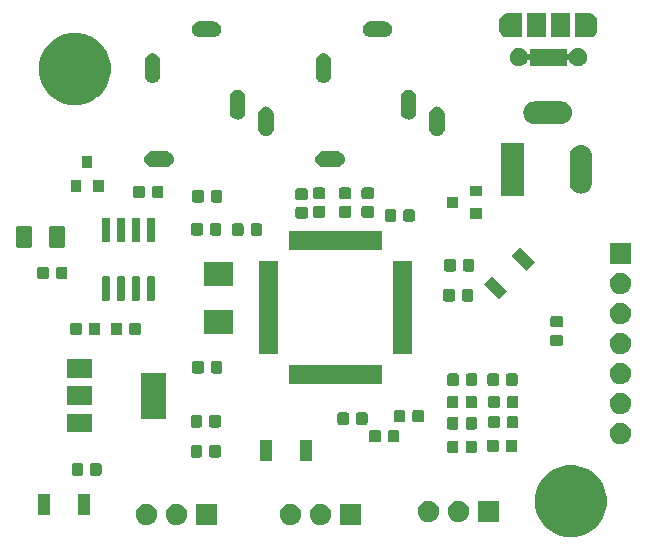
<source format=gbr>
G04 #@! TF.GenerationSoftware,KiCad,Pcbnew,(5.1.5)-3*
G04 #@! TF.CreationDate,2020-09-20T15:24:45+01:00*
G04 #@! TF.ProjectId,Alexa_kicad_PCB,416c6578-615f-46b6-9963-61645f504342,rev?*
G04 #@! TF.SameCoordinates,Original*
G04 #@! TF.FileFunction,Soldermask,Top*
G04 #@! TF.FilePolarity,Negative*
%FSLAX46Y46*%
G04 Gerber Fmt 4.6, Leading zero omitted, Abs format (unit mm)*
G04 Created by KiCad (PCBNEW (5.1.5)-3) date 2020-09-20 15:24:45*
%MOMM*%
%LPD*%
G04 APERTURE LIST*
%ADD10C,0.100000*%
G04 APERTURE END LIST*
D10*
G36*
X145289943Y-107466248D02*
G01*
X145845189Y-107696238D01*
X145845190Y-107696239D01*
X146344899Y-108030134D01*
X146769866Y-108455101D01*
X146769867Y-108455103D01*
X147103762Y-108954811D01*
X147333752Y-109510057D01*
X147451000Y-110099501D01*
X147451000Y-110700499D01*
X147333752Y-111289943D01*
X147103762Y-111845189D01*
X147103761Y-111845190D01*
X146769866Y-112344899D01*
X146344899Y-112769866D01*
X146093347Y-112937948D01*
X145845189Y-113103762D01*
X145289943Y-113333752D01*
X144700499Y-113451000D01*
X144099501Y-113451000D01*
X143510057Y-113333752D01*
X142954811Y-113103762D01*
X142706653Y-112937948D01*
X142455101Y-112769866D01*
X142030134Y-112344899D01*
X141696239Y-111845190D01*
X141696238Y-111845189D01*
X141466248Y-111289943D01*
X141349000Y-110700499D01*
X141349000Y-110099501D01*
X141466248Y-109510057D01*
X141696238Y-108954811D01*
X142030133Y-108455103D01*
X142030134Y-108455101D01*
X142455101Y-108030134D01*
X142954810Y-107696239D01*
X142954811Y-107696238D01*
X143510057Y-107466248D01*
X144099501Y-107349000D01*
X144700499Y-107349000D01*
X145289943Y-107466248D01*
G37*
G36*
X126631000Y-112407000D02*
G01*
X124829000Y-112407000D01*
X124829000Y-110605000D01*
X126631000Y-110605000D01*
X126631000Y-112407000D01*
G37*
G36*
X123303512Y-110609927D02*
G01*
X123452812Y-110639624D01*
X123616784Y-110707544D01*
X123764354Y-110806147D01*
X123889853Y-110931646D01*
X123988456Y-111079216D01*
X124056376Y-111243188D01*
X124091000Y-111417259D01*
X124091000Y-111594741D01*
X124056376Y-111768812D01*
X123988456Y-111932784D01*
X123889853Y-112080354D01*
X123764354Y-112205853D01*
X123616784Y-112304456D01*
X123452812Y-112372376D01*
X123303512Y-112402073D01*
X123278742Y-112407000D01*
X123101258Y-112407000D01*
X123076488Y-112402073D01*
X122927188Y-112372376D01*
X122763216Y-112304456D01*
X122615646Y-112205853D01*
X122490147Y-112080354D01*
X122391544Y-111932784D01*
X122323624Y-111768812D01*
X122289000Y-111594741D01*
X122289000Y-111417259D01*
X122323624Y-111243188D01*
X122391544Y-111079216D01*
X122490147Y-110931646D01*
X122615646Y-110806147D01*
X122763216Y-110707544D01*
X122927188Y-110639624D01*
X123076488Y-110609927D01*
X123101258Y-110605000D01*
X123278742Y-110605000D01*
X123303512Y-110609927D01*
G37*
G36*
X120763512Y-110609927D02*
G01*
X120912812Y-110639624D01*
X121076784Y-110707544D01*
X121224354Y-110806147D01*
X121349853Y-110931646D01*
X121448456Y-111079216D01*
X121516376Y-111243188D01*
X121551000Y-111417259D01*
X121551000Y-111594741D01*
X121516376Y-111768812D01*
X121448456Y-111932784D01*
X121349853Y-112080354D01*
X121224354Y-112205853D01*
X121076784Y-112304456D01*
X120912812Y-112372376D01*
X120763512Y-112402073D01*
X120738742Y-112407000D01*
X120561258Y-112407000D01*
X120536488Y-112402073D01*
X120387188Y-112372376D01*
X120223216Y-112304456D01*
X120075646Y-112205853D01*
X119950147Y-112080354D01*
X119851544Y-111932784D01*
X119783624Y-111768812D01*
X119749000Y-111594741D01*
X119749000Y-111417259D01*
X119783624Y-111243188D01*
X119851544Y-111079216D01*
X119950147Y-110931646D01*
X120075646Y-110806147D01*
X120223216Y-110707544D01*
X120387188Y-110639624D01*
X120536488Y-110609927D01*
X120561258Y-110605000D01*
X120738742Y-110605000D01*
X120763512Y-110609927D01*
G37*
G36*
X111111512Y-110609927D02*
G01*
X111260812Y-110639624D01*
X111424784Y-110707544D01*
X111572354Y-110806147D01*
X111697853Y-110931646D01*
X111796456Y-111079216D01*
X111864376Y-111243188D01*
X111899000Y-111417259D01*
X111899000Y-111594741D01*
X111864376Y-111768812D01*
X111796456Y-111932784D01*
X111697853Y-112080354D01*
X111572354Y-112205853D01*
X111424784Y-112304456D01*
X111260812Y-112372376D01*
X111111512Y-112402073D01*
X111086742Y-112407000D01*
X110909258Y-112407000D01*
X110884488Y-112402073D01*
X110735188Y-112372376D01*
X110571216Y-112304456D01*
X110423646Y-112205853D01*
X110298147Y-112080354D01*
X110199544Y-111932784D01*
X110131624Y-111768812D01*
X110097000Y-111594741D01*
X110097000Y-111417259D01*
X110131624Y-111243188D01*
X110199544Y-111079216D01*
X110298147Y-110931646D01*
X110423646Y-110806147D01*
X110571216Y-110707544D01*
X110735188Y-110639624D01*
X110884488Y-110609927D01*
X110909258Y-110605000D01*
X111086742Y-110605000D01*
X111111512Y-110609927D01*
G37*
G36*
X108571512Y-110609927D02*
G01*
X108720812Y-110639624D01*
X108884784Y-110707544D01*
X109032354Y-110806147D01*
X109157853Y-110931646D01*
X109256456Y-111079216D01*
X109324376Y-111243188D01*
X109359000Y-111417259D01*
X109359000Y-111594741D01*
X109324376Y-111768812D01*
X109256456Y-111932784D01*
X109157853Y-112080354D01*
X109032354Y-112205853D01*
X108884784Y-112304456D01*
X108720812Y-112372376D01*
X108571512Y-112402073D01*
X108546742Y-112407000D01*
X108369258Y-112407000D01*
X108344488Y-112402073D01*
X108195188Y-112372376D01*
X108031216Y-112304456D01*
X107883646Y-112205853D01*
X107758147Y-112080354D01*
X107659544Y-111932784D01*
X107591624Y-111768812D01*
X107557000Y-111594741D01*
X107557000Y-111417259D01*
X107591624Y-111243188D01*
X107659544Y-111079216D01*
X107758147Y-110931646D01*
X107883646Y-110806147D01*
X108031216Y-110707544D01*
X108195188Y-110639624D01*
X108344488Y-110609927D01*
X108369258Y-110605000D01*
X108546742Y-110605000D01*
X108571512Y-110609927D01*
G37*
G36*
X114439000Y-112407000D02*
G01*
X112637000Y-112407000D01*
X112637000Y-110605000D01*
X114439000Y-110605000D01*
X114439000Y-112407000D01*
G37*
G36*
X134987512Y-110355927D02*
G01*
X135136812Y-110385624D01*
X135300784Y-110453544D01*
X135448354Y-110552147D01*
X135573853Y-110677646D01*
X135672456Y-110825216D01*
X135740376Y-110989188D01*
X135775000Y-111163259D01*
X135775000Y-111340741D01*
X135740376Y-111514812D01*
X135672456Y-111678784D01*
X135573853Y-111826354D01*
X135448354Y-111951853D01*
X135300784Y-112050456D01*
X135136812Y-112118376D01*
X134987512Y-112148073D01*
X134962742Y-112153000D01*
X134785258Y-112153000D01*
X134760488Y-112148073D01*
X134611188Y-112118376D01*
X134447216Y-112050456D01*
X134299646Y-111951853D01*
X134174147Y-111826354D01*
X134075544Y-111678784D01*
X134007624Y-111514812D01*
X133973000Y-111340741D01*
X133973000Y-111163259D01*
X134007624Y-110989188D01*
X134075544Y-110825216D01*
X134174147Y-110677646D01*
X134299646Y-110552147D01*
X134447216Y-110453544D01*
X134611188Y-110385624D01*
X134760488Y-110355927D01*
X134785258Y-110351000D01*
X134962742Y-110351000D01*
X134987512Y-110355927D01*
G37*
G36*
X132447512Y-110355927D02*
G01*
X132596812Y-110385624D01*
X132760784Y-110453544D01*
X132908354Y-110552147D01*
X133033853Y-110677646D01*
X133132456Y-110825216D01*
X133200376Y-110989188D01*
X133235000Y-111163259D01*
X133235000Y-111340741D01*
X133200376Y-111514812D01*
X133132456Y-111678784D01*
X133033853Y-111826354D01*
X132908354Y-111951853D01*
X132760784Y-112050456D01*
X132596812Y-112118376D01*
X132447512Y-112148073D01*
X132422742Y-112153000D01*
X132245258Y-112153000D01*
X132220488Y-112148073D01*
X132071188Y-112118376D01*
X131907216Y-112050456D01*
X131759646Y-111951853D01*
X131634147Y-111826354D01*
X131535544Y-111678784D01*
X131467624Y-111514812D01*
X131433000Y-111340741D01*
X131433000Y-111163259D01*
X131467624Y-110989188D01*
X131535544Y-110825216D01*
X131634147Y-110677646D01*
X131759646Y-110552147D01*
X131907216Y-110453544D01*
X132071188Y-110385624D01*
X132220488Y-110355927D01*
X132245258Y-110351000D01*
X132422742Y-110351000D01*
X132447512Y-110355927D01*
G37*
G36*
X138315000Y-112153000D02*
G01*
X136513000Y-112153000D01*
X136513000Y-110351000D01*
X138315000Y-110351000D01*
X138315000Y-112153000D01*
G37*
G36*
X103701000Y-111601000D02*
G01*
X102699000Y-111601000D01*
X102699000Y-109799000D01*
X103701000Y-109799000D01*
X103701000Y-111601000D01*
G37*
G36*
X100301000Y-111601000D02*
G01*
X99299000Y-111601000D01*
X99299000Y-109799000D01*
X100301000Y-109799000D01*
X100301000Y-111601000D01*
G37*
G36*
X104529591Y-107178085D02*
G01*
X104563569Y-107188393D01*
X104594890Y-107205134D01*
X104622339Y-107227661D01*
X104644866Y-107255110D01*
X104661607Y-107286431D01*
X104671915Y-107320409D01*
X104676000Y-107361890D01*
X104676000Y-108038110D01*
X104671915Y-108079591D01*
X104661607Y-108113569D01*
X104644866Y-108144890D01*
X104622339Y-108172339D01*
X104594890Y-108194866D01*
X104563569Y-108211607D01*
X104529591Y-108221915D01*
X104488110Y-108226000D01*
X103886890Y-108226000D01*
X103845409Y-108221915D01*
X103811431Y-108211607D01*
X103780110Y-108194866D01*
X103752661Y-108172339D01*
X103730134Y-108144890D01*
X103713393Y-108113569D01*
X103703085Y-108079591D01*
X103699000Y-108038110D01*
X103699000Y-107361890D01*
X103703085Y-107320409D01*
X103713393Y-107286431D01*
X103730134Y-107255110D01*
X103752661Y-107227661D01*
X103780110Y-107205134D01*
X103811431Y-107188393D01*
X103845409Y-107178085D01*
X103886890Y-107174000D01*
X104488110Y-107174000D01*
X104529591Y-107178085D01*
G37*
G36*
X102954591Y-107178085D02*
G01*
X102988569Y-107188393D01*
X103019890Y-107205134D01*
X103047339Y-107227661D01*
X103069866Y-107255110D01*
X103086607Y-107286431D01*
X103096915Y-107320409D01*
X103101000Y-107361890D01*
X103101000Y-108038110D01*
X103096915Y-108079591D01*
X103086607Y-108113569D01*
X103069866Y-108144890D01*
X103047339Y-108172339D01*
X103019890Y-108194866D01*
X102988569Y-108211607D01*
X102954591Y-108221915D01*
X102913110Y-108226000D01*
X102311890Y-108226000D01*
X102270409Y-108221915D01*
X102236431Y-108211607D01*
X102205110Y-108194866D01*
X102177661Y-108172339D01*
X102155134Y-108144890D01*
X102138393Y-108113569D01*
X102128085Y-108079591D01*
X102124000Y-108038110D01*
X102124000Y-107361890D01*
X102128085Y-107320409D01*
X102138393Y-107286431D01*
X102155134Y-107255110D01*
X102177661Y-107227661D01*
X102205110Y-107205134D01*
X102236431Y-107188393D01*
X102270409Y-107178085D01*
X102311890Y-107174000D01*
X102913110Y-107174000D01*
X102954591Y-107178085D01*
G37*
G36*
X119101000Y-107001000D02*
G01*
X118099000Y-107001000D01*
X118099000Y-105199000D01*
X119101000Y-105199000D01*
X119101000Y-107001000D01*
G37*
G36*
X122501000Y-107001000D02*
G01*
X121499000Y-107001000D01*
X121499000Y-105199000D01*
X122501000Y-105199000D01*
X122501000Y-107001000D01*
G37*
G36*
X113044091Y-105650085D02*
G01*
X113078069Y-105660393D01*
X113109390Y-105677134D01*
X113136839Y-105699661D01*
X113159366Y-105727110D01*
X113176107Y-105758431D01*
X113186415Y-105792409D01*
X113190500Y-105833890D01*
X113190500Y-106510110D01*
X113186415Y-106551591D01*
X113176107Y-106585569D01*
X113159366Y-106616890D01*
X113136839Y-106644339D01*
X113109390Y-106666866D01*
X113078069Y-106683607D01*
X113044091Y-106693915D01*
X113002610Y-106698000D01*
X112401390Y-106698000D01*
X112359909Y-106693915D01*
X112325931Y-106683607D01*
X112294610Y-106666866D01*
X112267161Y-106644339D01*
X112244634Y-106616890D01*
X112227893Y-106585569D01*
X112217585Y-106551591D01*
X112213500Y-106510110D01*
X112213500Y-105833890D01*
X112217585Y-105792409D01*
X112227893Y-105758431D01*
X112244634Y-105727110D01*
X112267161Y-105699661D01*
X112294610Y-105677134D01*
X112325931Y-105660393D01*
X112359909Y-105650085D01*
X112401390Y-105646000D01*
X113002610Y-105646000D01*
X113044091Y-105650085D01*
G37*
G36*
X114619091Y-105650085D02*
G01*
X114653069Y-105660393D01*
X114684390Y-105677134D01*
X114711839Y-105699661D01*
X114734366Y-105727110D01*
X114751107Y-105758431D01*
X114761415Y-105792409D01*
X114765500Y-105833890D01*
X114765500Y-106510110D01*
X114761415Y-106551591D01*
X114751107Y-106585569D01*
X114734366Y-106616890D01*
X114711839Y-106644339D01*
X114684390Y-106666866D01*
X114653069Y-106683607D01*
X114619091Y-106693915D01*
X114577610Y-106698000D01*
X113976390Y-106698000D01*
X113934909Y-106693915D01*
X113900931Y-106683607D01*
X113869610Y-106666866D01*
X113842161Y-106644339D01*
X113819634Y-106616890D01*
X113802893Y-106585569D01*
X113792585Y-106551591D01*
X113788500Y-106510110D01*
X113788500Y-105833890D01*
X113792585Y-105792409D01*
X113802893Y-105758431D01*
X113819634Y-105727110D01*
X113842161Y-105699661D01*
X113869610Y-105677134D01*
X113900931Y-105660393D01*
X113934909Y-105650085D01*
X113976390Y-105646000D01*
X114577610Y-105646000D01*
X114619091Y-105650085D01*
G37*
G36*
X134742091Y-105278085D02*
G01*
X134776069Y-105288393D01*
X134807390Y-105305134D01*
X134834839Y-105327661D01*
X134857366Y-105355110D01*
X134874107Y-105386431D01*
X134884415Y-105420409D01*
X134888500Y-105461890D01*
X134888500Y-106138110D01*
X134884415Y-106179591D01*
X134874107Y-106213569D01*
X134857366Y-106244890D01*
X134834839Y-106272339D01*
X134807390Y-106294866D01*
X134776069Y-106311607D01*
X134742091Y-106321915D01*
X134700610Y-106326000D01*
X134099390Y-106326000D01*
X134057909Y-106321915D01*
X134023931Y-106311607D01*
X133992610Y-106294866D01*
X133965161Y-106272339D01*
X133942634Y-106244890D01*
X133925893Y-106213569D01*
X133915585Y-106179591D01*
X133911500Y-106138110D01*
X133911500Y-105461890D01*
X133915585Y-105420409D01*
X133925893Y-105386431D01*
X133942634Y-105355110D01*
X133965161Y-105327661D01*
X133992610Y-105305134D01*
X134023931Y-105288393D01*
X134057909Y-105278085D01*
X134099390Y-105274000D01*
X134700610Y-105274000D01*
X134742091Y-105278085D01*
G37*
G36*
X136317091Y-105278085D02*
G01*
X136351069Y-105288393D01*
X136382390Y-105305134D01*
X136409839Y-105327661D01*
X136432366Y-105355110D01*
X136449107Y-105386431D01*
X136459415Y-105420409D01*
X136463500Y-105461890D01*
X136463500Y-106138110D01*
X136459415Y-106179591D01*
X136449107Y-106213569D01*
X136432366Y-106244890D01*
X136409839Y-106272339D01*
X136382390Y-106294866D01*
X136351069Y-106311607D01*
X136317091Y-106321915D01*
X136275610Y-106326000D01*
X135674390Y-106326000D01*
X135632909Y-106321915D01*
X135598931Y-106311607D01*
X135567610Y-106294866D01*
X135540161Y-106272339D01*
X135517634Y-106244890D01*
X135500893Y-106213569D01*
X135490585Y-106179591D01*
X135486500Y-106138110D01*
X135486500Y-105461890D01*
X135490585Y-105420409D01*
X135500893Y-105386431D01*
X135517634Y-105355110D01*
X135540161Y-105327661D01*
X135567610Y-105305134D01*
X135598931Y-105288393D01*
X135632909Y-105278085D01*
X135674390Y-105274000D01*
X136275610Y-105274000D01*
X136317091Y-105278085D01*
G37*
G36*
X139717091Y-105178085D02*
G01*
X139751069Y-105188393D01*
X139782390Y-105205134D01*
X139809839Y-105227661D01*
X139832366Y-105255110D01*
X139849107Y-105286431D01*
X139859415Y-105320409D01*
X139863500Y-105361890D01*
X139863500Y-106038110D01*
X139859415Y-106079591D01*
X139849107Y-106113569D01*
X139832366Y-106144890D01*
X139809839Y-106172339D01*
X139782390Y-106194866D01*
X139751069Y-106211607D01*
X139717091Y-106221915D01*
X139675610Y-106226000D01*
X139074390Y-106226000D01*
X139032909Y-106221915D01*
X138998931Y-106211607D01*
X138967610Y-106194866D01*
X138940161Y-106172339D01*
X138917634Y-106144890D01*
X138900893Y-106113569D01*
X138890585Y-106079591D01*
X138886500Y-106038110D01*
X138886500Y-105361890D01*
X138890585Y-105320409D01*
X138900893Y-105286431D01*
X138917634Y-105255110D01*
X138940161Y-105227661D01*
X138967610Y-105205134D01*
X138998931Y-105188393D01*
X139032909Y-105178085D01*
X139074390Y-105174000D01*
X139675610Y-105174000D01*
X139717091Y-105178085D01*
G37*
G36*
X138142091Y-105178085D02*
G01*
X138176069Y-105188393D01*
X138207390Y-105205134D01*
X138234839Y-105227661D01*
X138257366Y-105255110D01*
X138274107Y-105286431D01*
X138284415Y-105320409D01*
X138288500Y-105361890D01*
X138288500Y-106038110D01*
X138284415Y-106079591D01*
X138274107Y-106113569D01*
X138257366Y-106144890D01*
X138234839Y-106172339D01*
X138207390Y-106194866D01*
X138176069Y-106211607D01*
X138142091Y-106221915D01*
X138100610Y-106226000D01*
X137499390Y-106226000D01*
X137457909Y-106221915D01*
X137423931Y-106211607D01*
X137392610Y-106194866D01*
X137365161Y-106172339D01*
X137342634Y-106144890D01*
X137325893Y-106113569D01*
X137315585Y-106079591D01*
X137311500Y-106038110D01*
X137311500Y-105361890D01*
X137315585Y-105320409D01*
X137325893Y-105286431D01*
X137342634Y-105255110D01*
X137365161Y-105227661D01*
X137392610Y-105205134D01*
X137423931Y-105188393D01*
X137457909Y-105178085D01*
X137499390Y-105174000D01*
X138100610Y-105174000D01*
X138142091Y-105178085D01*
G37*
G36*
X148703512Y-103751927D02*
G01*
X148852812Y-103781624D01*
X149016784Y-103849544D01*
X149164354Y-103948147D01*
X149289853Y-104073646D01*
X149388456Y-104221216D01*
X149456376Y-104385188D01*
X149491000Y-104559259D01*
X149491000Y-104736741D01*
X149456376Y-104910812D01*
X149388456Y-105074784D01*
X149289853Y-105222354D01*
X149164354Y-105347853D01*
X149016784Y-105446456D01*
X148852812Y-105514376D01*
X148703512Y-105544073D01*
X148678742Y-105549000D01*
X148501258Y-105549000D01*
X148476488Y-105544073D01*
X148327188Y-105514376D01*
X148163216Y-105446456D01*
X148015646Y-105347853D01*
X147890147Y-105222354D01*
X147791544Y-105074784D01*
X147723624Y-104910812D01*
X147689000Y-104736741D01*
X147689000Y-104559259D01*
X147723624Y-104385188D01*
X147791544Y-104221216D01*
X147890147Y-104073646D01*
X148015646Y-103948147D01*
X148163216Y-103849544D01*
X148327188Y-103781624D01*
X148476488Y-103751927D01*
X148501258Y-103747000D01*
X148678742Y-103747000D01*
X148703512Y-103751927D01*
G37*
G36*
X129742091Y-104378085D02*
G01*
X129776069Y-104388393D01*
X129807390Y-104405134D01*
X129834839Y-104427661D01*
X129857366Y-104455110D01*
X129874107Y-104486431D01*
X129884415Y-104520409D01*
X129888500Y-104561890D01*
X129888500Y-105238110D01*
X129884415Y-105279591D01*
X129874107Y-105313569D01*
X129857366Y-105344890D01*
X129834839Y-105372339D01*
X129807390Y-105394866D01*
X129776069Y-105411607D01*
X129742091Y-105421915D01*
X129700610Y-105426000D01*
X129099390Y-105426000D01*
X129057909Y-105421915D01*
X129023931Y-105411607D01*
X128992610Y-105394866D01*
X128965161Y-105372339D01*
X128942634Y-105344890D01*
X128925893Y-105313569D01*
X128915585Y-105279591D01*
X128911500Y-105238110D01*
X128911500Y-104561890D01*
X128915585Y-104520409D01*
X128925893Y-104486431D01*
X128942634Y-104455110D01*
X128965161Y-104427661D01*
X128992610Y-104405134D01*
X129023931Y-104388393D01*
X129057909Y-104378085D01*
X129099390Y-104374000D01*
X129700610Y-104374000D01*
X129742091Y-104378085D01*
G37*
G36*
X128167091Y-104378085D02*
G01*
X128201069Y-104388393D01*
X128232390Y-104405134D01*
X128259839Y-104427661D01*
X128282366Y-104455110D01*
X128299107Y-104486431D01*
X128309415Y-104520409D01*
X128313500Y-104561890D01*
X128313500Y-105238110D01*
X128309415Y-105279591D01*
X128299107Y-105313569D01*
X128282366Y-105344890D01*
X128259839Y-105372339D01*
X128232390Y-105394866D01*
X128201069Y-105411607D01*
X128167091Y-105421915D01*
X128125610Y-105426000D01*
X127524390Y-105426000D01*
X127482909Y-105421915D01*
X127448931Y-105411607D01*
X127417610Y-105394866D01*
X127390161Y-105372339D01*
X127367634Y-105344890D01*
X127350893Y-105313569D01*
X127340585Y-105279591D01*
X127336500Y-105238110D01*
X127336500Y-104561890D01*
X127340585Y-104520409D01*
X127350893Y-104486431D01*
X127367634Y-104455110D01*
X127390161Y-104427661D01*
X127417610Y-104405134D01*
X127448931Y-104388393D01*
X127482909Y-104378085D01*
X127524390Y-104374000D01*
X128125610Y-104374000D01*
X128167091Y-104378085D01*
G37*
G36*
X103819000Y-104574000D02*
G01*
X101717000Y-104574000D01*
X101717000Y-102972000D01*
X103819000Y-102972000D01*
X103819000Y-104574000D01*
G37*
G36*
X136317091Y-103278085D02*
G01*
X136351069Y-103288393D01*
X136382390Y-103305134D01*
X136409839Y-103327661D01*
X136432366Y-103355110D01*
X136449107Y-103386431D01*
X136459415Y-103420409D01*
X136463500Y-103461890D01*
X136463500Y-104138110D01*
X136459415Y-104179591D01*
X136449107Y-104213569D01*
X136432366Y-104244890D01*
X136409839Y-104272339D01*
X136382390Y-104294866D01*
X136351069Y-104311607D01*
X136317091Y-104321915D01*
X136275610Y-104326000D01*
X135674390Y-104326000D01*
X135632909Y-104321915D01*
X135598931Y-104311607D01*
X135567610Y-104294866D01*
X135540161Y-104272339D01*
X135517634Y-104244890D01*
X135500893Y-104213569D01*
X135490585Y-104179591D01*
X135486500Y-104138110D01*
X135486500Y-103461890D01*
X135490585Y-103420409D01*
X135500893Y-103386431D01*
X135517634Y-103355110D01*
X135540161Y-103327661D01*
X135567610Y-103305134D01*
X135598931Y-103288393D01*
X135632909Y-103278085D01*
X135674390Y-103274000D01*
X136275610Y-103274000D01*
X136317091Y-103278085D01*
G37*
G36*
X134742091Y-103278085D02*
G01*
X134776069Y-103288393D01*
X134807390Y-103305134D01*
X134834839Y-103327661D01*
X134857366Y-103355110D01*
X134874107Y-103386431D01*
X134884415Y-103420409D01*
X134888500Y-103461890D01*
X134888500Y-104138110D01*
X134884415Y-104179591D01*
X134874107Y-104213569D01*
X134857366Y-104244890D01*
X134834839Y-104272339D01*
X134807390Y-104294866D01*
X134776069Y-104311607D01*
X134742091Y-104321915D01*
X134700610Y-104326000D01*
X134099390Y-104326000D01*
X134057909Y-104321915D01*
X134023931Y-104311607D01*
X133992610Y-104294866D01*
X133965161Y-104272339D01*
X133942634Y-104244890D01*
X133925893Y-104213569D01*
X133915585Y-104179591D01*
X133911500Y-104138110D01*
X133911500Y-103461890D01*
X133915585Y-103420409D01*
X133925893Y-103386431D01*
X133942634Y-103355110D01*
X133965161Y-103327661D01*
X133992610Y-103305134D01*
X134023931Y-103288393D01*
X134057909Y-103278085D01*
X134099390Y-103274000D01*
X134700610Y-103274000D01*
X134742091Y-103278085D01*
G37*
G36*
X138242091Y-103178085D02*
G01*
X138276069Y-103188393D01*
X138307390Y-103205134D01*
X138334839Y-103227661D01*
X138357366Y-103255110D01*
X138374107Y-103286431D01*
X138384415Y-103320409D01*
X138388500Y-103361890D01*
X138388500Y-104038110D01*
X138384415Y-104079591D01*
X138374107Y-104113569D01*
X138357366Y-104144890D01*
X138334839Y-104172339D01*
X138307390Y-104194866D01*
X138276069Y-104211607D01*
X138242091Y-104221915D01*
X138200610Y-104226000D01*
X137599390Y-104226000D01*
X137557909Y-104221915D01*
X137523931Y-104211607D01*
X137492610Y-104194866D01*
X137465161Y-104172339D01*
X137442634Y-104144890D01*
X137425893Y-104113569D01*
X137415585Y-104079591D01*
X137411500Y-104038110D01*
X137411500Y-103361890D01*
X137415585Y-103320409D01*
X137425893Y-103286431D01*
X137442634Y-103255110D01*
X137465161Y-103227661D01*
X137492610Y-103205134D01*
X137523931Y-103188393D01*
X137557909Y-103178085D01*
X137599390Y-103174000D01*
X138200610Y-103174000D01*
X138242091Y-103178085D01*
G37*
G36*
X139817091Y-103178085D02*
G01*
X139851069Y-103188393D01*
X139882390Y-103205134D01*
X139909839Y-103227661D01*
X139932366Y-103255110D01*
X139949107Y-103286431D01*
X139959415Y-103320409D01*
X139963500Y-103361890D01*
X139963500Y-104038110D01*
X139959415Y-104079591D01*
X139949107Y-104113569D01*
X139932366Y-104144890D01*
X139909839Y-104172339D01*
X139882390Y-104194866D01*
X139851069Y-104211607D01*
X139817091Y-104221915D01*
X139775610Y-104226000D01*
X139174390Y-104226000D01*
X139132909Y-104221915D01*
X139098931Y-104211607D01*
X139067610Y-104194866D01*
X139040161Y-104172339D01*
X139017634Y-104144890D01*
X139000893Y-104113569D01*
X138990585Y-104079591D01*
X138986500Y-104038110D01*
X138986500Y-103361890D01*
X138990585Y-103320409D01*
X139000893Y-103286431D01*
X139017634Y-103255110D01*
X139040161Y-103227661D01*
X139067610Y-103205134D01*
X139098931Y-103188393D01*
X139132909Y-103178085D01*
X139174390Y-103174000D01*
X139775610Y-103174000D01*
X139817091Y-103178085D01*
G37*
G36*
X114619091Y-103110085D02*
G01*
X114653069Y-103120393D01*
X114684390Y-103137134D01*
X114711839Y-103159661D01*
X114734366Y-103187110D01*
X114751107Y-103218431D01*
X114761415Y-103252409D01*
X114765500Y-103293890D01*
X114765500Y-103970110D01*
X114761415Y-104011591D01*
X114751107Y-104045569D01*
X114734366Y-104076890D01*
X114711839Y-104104339D01*
X114684390Y-104126866D01*
X114653069Y-104143607D01*
X114619091Y-104153915D01*
X114577610Y-104158000D01*
X113976390Y-104158000D01*
X113934909Y-104153915D01*
X113900931Y-104143607D01*
X113869610Y-104126866D01*
X113842161Y-104104339D01*
X113819634Y-104076890D01*
X113802893Y-104045569D01*
X113792585Y-104011591D01*
X113788500Y-103970110D01*
X113788500Y-103293890D01*
X113792585Y-103252409D01*
X113802893Y-103218431D01*
X113819634Y-103187110D01*
X113842161Y-103159661D01*
X113869610Y-103137134D01*
X113900931Y-103120393D01*
X113934909Y-103110085D01*
X113976390Y-103106000D01*
X114577610Y-103106000D01*
X114619091Y-103110085D01*
G37*
G36*
X113044091Y-103110085D02*
G01*
X113078069Y-103120393D01*
X113109390Y-103137134D01*
X113136839Y-103159661D01*
X113159366Y-103187110D01*
X113176107Y-103218431D01*
X113186415Y-103252409D01*
X113190500Y-103293890D01*
X113190500Y-103970110D01*
X113186415Y-104011591D01*
X113176107Y-104045569D01*
X113159366Y-104076890D01*
X113136839Y-104104339D01*
X113109390Y-104126866D01*
X113078069Y-104143607D01*
X113044091Y-104153915D01*
X113002610Y-104158000D01*
X112401390Y-104158000D01*
X112359909Y-104153915D01*
X112325931Y-104143607D01*
X112294610Y-104126866D01*
X112267161Y-104104339D01*
X112244634Y-104076890D01*
X112227893Y-104045569D01*
X112217585Y-104011591D01*
X112213500Y-103970110D01*
X112213500Y-103293890D01*
X112217585Y-103252409D01*
X112227893Y-103218431D01*
X112244634Y-103187110D01*
X112267161Y-103159661D01*
X112294610Y-103137134D01*
X112325931Y-103120393D01*
X112359909Y-103110085D01*
X112401390Y-103106000D01*
X113002610Y-103106000D01*
X113044091Y-103110085D01*
G37*
G36*
X127042091Y-102878085D02*
G01*
X127076069Y-102888393D01*
X127107390Y-102905134D01*
X127134839Y-102927661D01*
X127157366Y-102955110D01*
X127174107Y-102986431D01*
X127184415Y-103020409D01*
X127188500Y-103061890D01*
X127188500Y-103738110D01*
X127184415Y-103779591D01*
X127174107Y-103813569D01*
X127157366Y-103844890D01*
X127134839Y-103872339D01*
X127107390Y-103894866D01*
X127076069Y-103911607D01*
X127042091Y-103921915D01*
X127000610Y-103926000D01*
X126399390Y-103926000D01*
X126357909Y-103921915D01*
X126323931Y-103911607D01*
X126292610Y-103894866D01*
X126265161Y-103872339D01*
X126242634Y-103844890D01*
X126225893Y-103813569D01*
X126215585Y-103779591D01*
X126211500Y-103738110D01*
X126211500Y-103061890D01*
X126215585Y-103020409D01*
X126225893Y-102986431D01*
X126242634Y-102955110D01*
X126265161Y-102927661D01*
X126292610Y-102905134D01*
X126323931Y-102888393D01*
X126357909Y-102878085D01*
X126399390Y-102874000D01*
X127000610Y-102874000D01*
X127042091Y-102878085D01*
G37*
G36*
X125467091Y-102878085D02*
G01*
X125501069Y-102888393D01*
X125532390Y-102905134D01*
X125559839Y-102927661D01*
X125582366Y-102955110D01*
X125599107Y-102986431D01*
X125609415Y-103020409D01*
X125613500Y-103061890D01*
X125613500Y-103738110D01*
X125609415Y-103779591D01*
X125599107Y-103813569D01*
X125582366Y-103844890D01*
X125559839Y-103872339D01*
X125532390Y-103894866D01*
X125501069Y-103911607D01*
X125467091Y-103921915D01*
X125425610Y-103926000D01*
X124824390Y-103926000D01*
X124782909Y-103921915D01*
X124748931Y-103911607D01*
X124717610Y-103894866D01*
X124690161Y-103872339D01*
X124667634Y-103844890D01*
X124650893Y-103813569D01*
X124640585Y-103779591D01*
X124636500Y-103738110D01*
X124636500Y-103061890D01*
X124640585Y-103020409D01*
X124650893Y-102986431D01*
X124667634Y-102955110D01*
X124690161Y-102927661D01*
X124717610Y-102905134D01*
X124748931Y-102888393D01*
X124782909Y-102878085D01*
X124824390Y-102874000D01*
X125425610Y-102874000D01*
X125467091Y-102878085D01*
G37*
G36*
X130242091Y-102678085D02*
G01*
X130276069Y-102688393D01*
X130307390Y-102705134D01*
X130334839Y-102727661D01*
X130357366Y-102755110D01*
X130374107Y-102786431D01*
X130384415Y-102820409D01*
X130388500Y-102861890D01*
X130388500Y-103538110D01*
X130384415Y-103579591D01*
X130374107Y-103613569D01*
X130357366Y-103644890D01*
X130334839Y-103672339D01*
X130307390Y-103694866D01*
X130276069Y-103711607D01*
X130242091Y-103721915D01*
X130200610Y-103726000D01*
X129599390Y-103726000D01*
X129557909Y-103721915D01*
X129523931Y-103711607D01*
X129492610Y-103694866D01*
X129465161Y-103672339D01*
X129442634Y-103644890D01*
X129425893Y-103613569D01*
X129415585Y-103579591D01*
X129411500Y-103538110D01*
X129411500Y-102861890D01*
X129415585Y-102820409D01*
X129425893Y-102786431D01*
X129442634Y-102755110D01*
X129465161Y-102727661D01*
X129492610Y-102705134D01*
X129523931Y-102688393D01*
X129557909Y-102678085D01*
X129599390Y-102674000D01*
X130200610Y-102674000D01*
X130242091Y-102678085D01*
G37*
G36*
X131817091Y-102678085D02*
G01*
X131851069Y-102688393D01*
X131882390Y-102705134D01*
X131909839Y-102727661D01*
X131932366Y-102755110D01*
X131949107Y-102786431D01*
X131959415Y-102820409D01*
X131963500Y-102861890D01*
X131963500Y-103538110D01*
X131959415Y-103579591D01*
X131949107Y-103613569D01*
X131932366Y-103644890D01*
X131909839Y-103672339D01*
X131882390Y-103694866D01*
X131851069Y-103711607D01*
X131817091Y-103721915D01*
X131775610Y-103726000D01*
X131174390Y-103726000D01*
X131132909Y-103721915D01*
X131098931Y-103711607D01*
X131067610Y-103694866D01*
X131040161Y-103672339D01*
X131017634Y-103644890D01*
X131000893Y-103613569D01*
X130990585Y-103579591D01*
X130986500Y-103538110D01*
X130986500Y-102861890D01*
X130990585Y-102820409D01*
X131000893Y-102786431D01*
X131017634Y-102755110D01*
X131040161Y-102727661D01*
X131067610Y-102705134D01*
X131098931Y-102688393D01*
X131132909Y-102678085D01*
X131174390Y-102674000D01*
X131775610Y-102674000D01*
X131817091Y-102678085D01*
G37*
G36*
X110119000Y-103424000D02*
G01*
X108017000Y-103424000D01*
X108017000Y-99522000D01*
X110119000Y-99522000D01*
X110119000Y-103424000D01*
G37*
G36*
X148703512Y-101211927D02*
G01*
X148852812Y-101241624D01*
X149016784Y-101309544D01*
X149164354Y-101408147D01*
X149289853Y-101533646D01*
X149388456Y-101681216D01*
X149456376Y-101845188D01*
X149491000Y-102019259D01*
X149491000Y-102196741D01*
X149456376Y-102370812D01*
X149388456Y-102534784D01*
X149289853Y-102682354D01*
X149164354Y-102807853D01*
X149016784Y-102906456D01*
X148852812Y-102974376D01*
X148703512Y-103004073D01*
X148678742Y-103009000D01*
X148501258Y-103009000D01*
X148476488Y-103004073D01*
X148327188Y-102974376D01*
X148163216Y-102906456D01*
X148015646Y-102807853D01*
X147890147Y-102682354D01*
X147791544Y-102534784D01*
X147723624Y-102370812D01*
X147689000Y-102196741D01*
X147689000Y-102019259D01*
X147723624Y-101845188D01*
X147791544Y-101681216D01*
X147890147Y-101533646D01*
X148015646Y-101408147D01*
X148163216Y-101309544D01*
X148327188Y-101241624D01*
X148476488Y-101211927D01*
X148501258Y-101207000D01*
X148678742Y-101207000D01*
X148703512Y-101211927D01*
G37*
G36*
X134742091Y-101478085D02*
G01*
X134776069Y-101488393D01*
X134807390Y-101505134D01*
X134834839Y-101527661D01*
X134857366Y-101555110D01*
X134874107Y-101586431D01*
X134884415Y-101620409D01*
X134888500Y-101661890D01*
X134888500Y-102338110D01*
X134884415Y-102379591D01*
X134874107Y-102413569D01*
X134857366Y-102444890D01*
X134834839Y-102472339D01*
X134807390Y-102494866D01*
X134776069Y-102511607D01*
X134742091Y-102521915D01*
X134700610Y-102526000D01*
X134099390Y-102526000D01*
X134057909Y-102521915D01*
X134023931Y-102511607D01*
X133992610Y-102494866D01*
X133965161Y-102472339D01*
X133942634Y-102444890D01*
X133925893Y-102413569D01*
X133915585Y-102379591D01*
X133911500Y-102338110D01*
X133911500Y-101661890D01*
X133915585Y-101620409D01*
X133925893Y-101586431D01*
X133942634Y-101555110D01*
X133965161Y-101527661D01*
X133992610Y-101505134D01*
X134023931Y-101488393D01*
X134057909Y-101478085D01*
X134099390Y-101474000D01*
X134700610Y-101474000D01*
X134742091Y-101478085D01*
G37*
G36*
X139817091Y-101478085D02*
G01*
X139851069Y-101488393D01*
X139882390Y-101505134D01*
X139909839Y-101527661D01*
X139932366Y-101555110D01*
X139949107Y-101586431D01*
X139959415Y-101620409D01*
X139963500Y-101661890D01*
X139963500Y-102338110D01*
X139959415Y-102379591D01*
X139949107Y-102413569D01*
X139932366Y-102444890D01*
X139909839Y-102472339D01*
X139882390Y-102494866D01*
X139851069Y-102511607D01*
X139817091Y-102521915D01*
X139775610Y-102526000D01*
X139174390Y-102526000D01*
X139132909Y-102521915D01*
X139098931Y-102511607D01*
X139067610Y-102494866D01*
X139040161Y-102472339D01*
X139017634Y-102444890D01*
X139000893Y-102413569D01*
X138990585Y-102379591D01*
X138986500Y-102338110D01*
X138986500Y-101661890D01*
X138990585Y-101620409D01*
X139000893Y-101586431D01*
X139017634Y-101555110D01*
X139040161Y-101527661D01*
X139067610Y-101505134D01*
X139098931Y-101488393D01*
X139132909Y-101478085D01*
X139174390Y-101474000D01*
X139775610Y-101474000D01*
X139817091Y-101478085D01*
G37*
G36*
X138242091Y-101478085D02*
G01*
X138276069Y-101488393D01*
X138307390Y-101505134D01*
X138334839Y-101527661D01*
X138357366Y-101555110D01*
X138374107Y-101586431D01*
X138384415Y-101620409D01*
X138388500Y-101661890D01*
X138388500Y-102338110D01*
X138384415Y-102379591D01*
X138374107Y-102413569D01*
X138357366Y-102444890D01*
X138334839Y-102472339D01*
X138307390Y-102494866D01*
X138276069Y-102511607D01*
X138242091Y-102521915D01*
X138200610Y-102526000D01*
X137599390Y-102526000D01*
X137557909Y-102521915D01*
X137523931Y-102511607D01*
X137492610Y-102494866D01*
X137465161Y-102472339D01*
X137442634Y-102444890D01*
X137425893Y-102413569D01*
X137415585Y-102379591D01*
X137411500Y-102338110D01*
X137411500Y-101661890D01*
X137415585Y-101620409D01*
X137425893Y-101586431D01*
X137442634Y-101555110D01*
X137465161Y-101527661D01*
X137492610Y-101505134D01*
X137523931Y-101488393D01*
X137557909Y-101478085D01*
X137599390Y-101474000D01*
X138200610Y-101474000D01*
X138242091Y-101478085D01*
G37*
G36*
X136317091Y-101478085D02*
G01*
X136351069Y-101488393D01*
X136382390Y-101505134D01*
X136409839Y-101527661D01*
X136432366Y-101555110D01*
X136449107Y-101586431D01*
X136459415Y-101620409D01*
X136463500Y-101661890D01*
X136463500Y-102338110D01*
X136459415Y-102379591D01*
X136449107Y-102413569D01*
X136432366Y-102444890D01*
X136409839Y-102472339D01*
X136382390Y-102494866D01*
X136351069Y-102511607D01*
X136317091Y-102521915D01*
X136275610Y-102526000D01*
X135674390Y-102526000D01*
X135632909Y-102521915D01*
X135598931Y-102511607D01*
X135567610Y-102494866D01*
X135540161Y-102472339D01*
X135517634Y-102444890D01*
X135500893Y-102413569D01*
X135490585Y-102379591D01*
X135486500Y-102338110D01*
X135486500Y-101661890D01*
X135490585Y-101620409D01*
X135500893Y-101586431D01*
X135517634Y-101555110D01*
X135540161Y-101527661D01*
X135567610Y-101505134D01*
X135598931Y-101488393D01*
X135632909Y-101478085D01*
X135674390Y-101474000D01*
X136275610Y-101474000D01*
X136317091Y-101478085D01*
G37*
G36*
X103819000Y-102274000D02*
G01*
X101717000Y-102274000D01*
X101717000Y-100672000D01*
X103819000Y-100672000D01*
X103819000Y-102274000D01*
G37*
G36*
X139742091Y-99578085D02*
G01*
X139776069Y-99588393D01*
X139807390Y-99605134D01*
X139834839Y-99627661D01*
X139857366Y-99655110D01*
X139874107Y-99686431D01*
X139884415Y-99720409D01*
X139888500Y-99761890D01*
X139888500Y-100438110D01*
X139884415Y-100479591D01*
X139874107Y-100513569D01*
X139857366Y-100544890D01*
X139834839Y-100572339D01*
X139807390Y-100594866D01*
X139776069Y-100611607D01*
X139742091Y-100621915D01*
X139700610Y-100626000D01*
X139099390Y-100626000D01*
X139057909Y-100621915D01*
X139023931Y-100611607D01*
X138992610Y-100594866D01*
X138965161Y-100572339D01*
X138942634Y-100544890D01*
X138925893Y-100513569D01*
X138915585Y-100479591D01*
X138911500Y-100438110D01*
X138911500Y-99761890D01*
X138915585Y-99720409D01*
X138925893Y-99686431D01*
X138942634Y-99655110D01*
X138965161Y-99627661D01*
X138992610Y-99605134D01*
X139023931Y-99588393D01*
X139057909Y-99578085D01*
X139099390Y-99574000D01*
X139700610Y-99574000D01*
X139742091Y-99578085D01*
G37*
G36*
X138167091Y-99578085D02*
G01*
X138201069Y-99588393D01*
X138232390Y-99605134D01*
X138259839Y-99627661D01*
X138282366Y-99655110D01*
X138299107Y-99686431D01*
X138309415Y-99720409D01*
X138313500Y-99761890D01*
X138313500Y-100438110D01*
X138309415Y-100479591D01*
X138299107Y-100513569D01*
X138282366Y-100544890D01*
X138259839Y-100572339D01*
X138232390Y-100594866D01*
X138201069Y-100611607D01*
X138167091Y-100621915D01*
X138125610Y-100626000D01*
X137524390Y-100626000D01*
X137482909Y-100621915D01*
X137448931Y-100611607D01*
X137417610Y-100594866D01*
X137390161Y-100572339D01*
X137367634Y-100544890D01*
X137350893Y-100513569D01*
X137340585Y-100479591D01*
X137336500Y-100438110D01*
X137336500Y-99761890D01*
X137340585Y-99720409D01*
X137350893Y-99686431D01*
X137367634Y-99655110D01*
X137390161Y-99627661D01*
X137417610Y-99605134D01*
X137448931Y-99588393D01*
X137482909Y-99578085D01*
X137524390Y-99574000D01*
X138125610Y-99574000D01*
X138167091Y-99578085D01*
G37*
G36*
X136342091Y-99578085D02*
G01*
X136376069Y-99588393D01*
X136407390Y-99605134D01*
X136434839Y-99627661D01*
X136457366Y-99655110D01*
X136474107Y-99686431D01*
X136484415Y-99720409D01*
X136488500Y-99761890D01*
X136488500Y-100438110D01*
X136484415Y-100479591D01*
X136474107Y-100513569D01*
X136457366Y-100544890D01*
X136434839Y-100572339D01*
X136407390Y-100594866D01*
X136376069Y-100611607D01*
X136342091Y-100621915D01*
X136300610Y-100626000D01*
X135699390Y-100626000D01*
X135657909Y-100621915D01*
X135623931Y-100611607D01*
X135592610Y-100594866D01*
X135565161Y-100572339D01*
X135542634Y-100544890D01*
X135525893Y-100513569D01*
X135515585Y-100479591D01*
X135511500Y-100438110D01*
X135511500Y-99761890D01*
X135515585Y-99720409D01*
X135525893Y-99686431D01*
X135542634Y-99655110D01*
X135565161Y-99627661D01*
X135592610Y-99605134D01*
X135623931Y-99588393D01*
X135657909Y-99578085D01*
X135699390Y-99574000D01*
X136300610Y-99574000D01*
X136342091Y-99578085D01*
G37*
G36*
X134767091Y-99578085D02*
G01*
X134801069Y-99588393D01*
X134832390Y-99605134D01*
X134859839Y-99627661D01*
X134882366Y-99655110D01*
X134899107Y-99686431D01*
X134909415Y-99720409D01*
X134913500Y-99761890D01*
X134913500Y-100438110D01*
X134909415Y-100479591D01*
X134899107Y-100513569D01*
X134882366Y-100544890D01*
X134859839Y-100572339D01*
X134832390Y-100594866D01*
X134801069Y-100611607D01*
X134767091Y-100621915D01*
X134725610Y-100626000D01*
X134124390Y-100626000D01*
X134082909Y-100621915D01*
X134048931Y-100611607D01*
X134017610Y-100594866D01*
X133990161Y-100572339D01*
X133967634Y-100544890D01*
X133950893Y-100513569D01*
X133940585Y-100479591D01*
X133936500Y-100438110D01*
X133936500Y-99761890D01*
X133940585Y-99720409D01*
X133950893Y-99686431D01*
X133967634Y-99655110D01*
X133990161Y-99627661D01*
X134017610Y-99605134D01*
X134048931Y-99588393D01*
X134082909Y-99578085D01*
X134124390Y-99574000D01*
X134725610Y-99574000D01*
X134767091Y-99578085D01*
G37*
G36*
X120880295Y-98830323D02*
G01*
X120887309Y-98832451D01*
X120901077Y-98839810D01*
X120923716Y-98849187D01*
X120947749Y-98853967D01*
X120972253Y-98853967D01*
X120996286Y-98849186D01*
X121018923Y-98839810D01*
X121032691Y-98832451D01*
X121039705Y-98830323D01*
X121053140Y-98829000D01*
X121366860Y-98829000D01*
X121380295Y-98830323D01*
X121387309Y-98832451D01*
X121401077Y-98839810D01*
X121423716Y-98849187D01*
X121447749Y-98853967D01*
X121472253Y-98853967D01*
X121496286Y-98849186D01*
X121518923Y-98839810D01*
X121532691Y-98832451D01*
X121539705Y-98830323D01*
X121553140Y-98829000D01*
X121866860Y-98829000D01*
X121880295Y-98830323D01*
X121887309Y-98832451D01*
X121901077Y-98839810D01*
X121923716Y-98849187D01*
X121947749Y-98853967D01*
X121972253Y-98853967D01*
X121996286Y-98849186D01*
X122018923Y-98839810D01*
X122032691Y-98832451D01*
X122039705Y-98830323D01*
X122053140Y-98829000D01*
X122366860Y-98829000D01*
X122380295Y-98830323D01*
X122387309Y-98832451D01*
X122401077Y-98839810D01*
X122423716Y-98849187D01*
X122447749Y-98853967D01*
X122472253Y-98853967D01*
X122496286Y-98849186D01*
X122518923Y-98839810D01*
X122532691Y-98832451D01*
X122539705Y-98830323D01*
X122553140Y-98829000D01*
X122866860Y-98829000D01*
X122880295Y-98830323D01*
X122887309Y-98832451D01*
X122901077Y-98839810D01*
X122923716Y-98849187D01*
X122947749Y-98853967D01*
X122972253Y-98853967D01*
X122996286Y-98849186D01*
X123018923Y-98839810D01*
X123032691Y-98832451D01*
X123039705Y-98830323D01*
X123053140Y-98829000D01*
X123366860Y-98829000D01*
X123380295Y-98830323D01*
X123387309Y-98832451D01*
X123401077Y-98839810D01*
X123423716Y-98849187D01*
X123447749Y-98853967D01*
X123472253Y-98853967D01*
X123496286Y-98849186D01*
X123518923Y-98839810D01*
X123532691Y-98832451D01*
X123539705Y-98830323D01*
X123553140Y-98829000D01*
X123866860Y-98829000D01*
X123880295Y-98830323D01*
X123887309Y-98832451D01*
X123901077Y-98839810D01*
X123923716Y-98849187D01*
X123947749Y-98853967D01*
X123972253Y-98853967D01*
X123996286Y-98849186D01*
X124018923Y-98839810D01*
X124032691Y-98832451D01*
X124039705Y-98830323D01*
X124053140Y-98829000D01*
X124366860Y-98829000D01*
X124380295Y-98830323D01*
X124387309Y-98832451D01*
X124401077Y-98839810D01*
X124423716Y-98849187D01*
X124447749Y-98853967D01*
X124472253Y-98853967D01*
X124496286Y-98849186D01*
X124518923Y-98839810D01*
X124532691Y-98832451D01*
X124539705Y-98830323D01*
X124553140Y-98829000D01*
X124866860Y-98829000D01*
X124880295Y-98830323D01*
X124887309Y-98832451D01*
X124901077Y-98839810D01*
X124923716Y-98849187D01*
X124947749Y-98853967D01*
X124972253Y-98853967D01*
X124996286Y-98849186D01*
X125018923Y-98839810D01*
X125032691Y-98832451D01*
X125039705Y-98830323D01*
X125053140Y-98829000D01*
X125366860Y-98829000D01*
X125380295Y-98830323D01*
X125387309Y-98832451D01*
X125401077Y-98839810D01*
X125423716Y-98849187D01*
X125447749Y-98853967D01*
X125472253Y-98853967D01*
X125496286Y-98849186D01*
X125518923Y-98839810D01*
X125532691Y-98832451D01*
X125539705Y-98830323D01*
X125553140Y-98829000D01*
X125866860Y-98829000D01*
X125880295Y-98830323D01*
X125887309Y-98832451D01*
X125901077Y-98839810D01*
X125923716Y-98849187D01*
X125947749Y-98853967D01*
X125972253Y-98853967D01*
X125996286Y-98849186D01*
X126018923Y-98839810D01*
X126032691Y-98832451D01*
X126039705Y-98830323D01*
X126053140Y-98829000D01*
X126366860Y-98829000D01*
X126380295Y-98830323D01*
X126387309Y-98832451D01*
X126401077Y-98839810D01*
X126423716Y-98849187D01*
X126447749Y-98853967D01*
X126472253Y-98853967D01*
X126496286Y-98849186D01*
X126518923Y-98839810D01*
X126532691Y-98832451D01*
X126539705Y-98830323D01*
X126553140Y-98829000D01*
X126866860Y-98829000D01*
X126880295Y-98830323D01*
X126887309Y-98832451D01*
X126901077Y-98839810D01*
X126923716Y-98849187D01*
X126947749Y-98853967D01*
X126972253Y-98853967D01*
X126996286Y-98849186D01*
X127018923Y-98839810D01*
X127032691Y-98832451D01*
X127039705Y-98830323D01*
X127053140Y-98829000D01*
X127366860Y-98829000D01*
X127380295Y-98830323D01*
X127387309Y-98832451D01*
X127401077Y-98839810D01*
X127423716Y-98849187D01*
X127447749Y-98853967D01*
X127472253Y-98853967D01*
X127496286Y-98849186D01*
X127518923Y-98839810D01*
X127532691Y-98832451D01*
X127539705Y-98830323D01*
X127553140Y-98829000D01*
X127866860Y-98829000D01*
X127880295Y-98830323D01*
X127887309Y-98832451D01*
X127901077Y-98839810D01*
X127923716Y-98849187D01*
X127947749Y-98853967D01*
X127972253Y-98853967D01*
X127996286Y-98849186D01*
X128018923Y-98839810D01*
X128032691Y-98832451D01*
X128039705Y-98830323D01*
X128053140Y-98829000D01*
X128366860Y-98829000D01*
X128380295Y-98830323D01*
X128387310Y-98832451D01*
X128393776Y-98835908D01*
X128399442Y-98840558D01*
X128404092Y-98846224D01*
X128407549Y-98852690D01*
X128409677Y-98859705D01*
X128411000Y-98873140D01*
X128411000Y-100436860D01*
X128409677Y-100450295D01*
X128407549Y-100457310D01*
X128404092Y-100463776D01*
X128399442Y-100469442D01*
X128393776Y-100474092D01*
X128387310Y-100477549D01*
X128380295Y-100479677D01*
X128366860Y-100481000D01*
X128053140Y-100481000D01*
X128039705Y-100479677D01*
X128032691Y-100477549D01*
X128018923Y-100470190D01*
X127996284Y-100460813D01*
X127972251Y-100456033D01*
X127947747Y-100456033D01*
X127923714Y-100460814D01*
X127901077Y-100470190D01*
X127887309Y-100477549D01*
X127880295Y-100479677D01*
X127866860Y-100481000D01*
X127553140Y-100481000D01*
X127539705Y-100479677D01*
X127532691Y-100477549D01*
X127518923Y-100470190D01*
X127496284Y-100460813D01*
X127472251Y-100456033D01*
X127447747Y-100456033D01*
X127423714Y-100460814D01*
X127401077Y-100470190D01*
X127387309Y-100477549D01*
X127380295Y-100479677D01*
X127366860Y-100481000D01*
X127053140Y-100481000D01*
X127039705Y-100479677D01*
X127032691Y-100477549D01*
X127018923Y-100470190D01*
X126996284Y-100460813D01*
X126972251Y-100456033D01*
X126947747Y-100456033D01*
X126923714Y-100460814D01*
X126901077Y-100470190D01*
X126887309Y-100477549D01*
X126880295Y-100479677D01*
X126866860Y-100481000D01*
X126553140Y-100481000D01*
X126539705Y-100479677D01*
X126532691Y-100477549D01*
X126518923Y-100470190D01*
X126496284Y-100460813D01*
X126472251Y-100456033D01*
X126447747Y-100456033D01*
X126423714Y-100460814D01*
X126401077Y-100470190D01*
X126387309Y-100477549D01*
X126380295Y-100479677D01*
X126366860Y-100481000D01*
X126053140Y-100481000D01*
X126039705Y-100479677D01*
X126032691Y-100477549D01*
X126018923Y-100470190D01*
X125996284Y-100460813D01*
X125972251Y-100456033D01*
X125947747Y-100456033D01*
X125923714Y-100460814D01*
X125901077Y-100470190D01*
X125887309Y-100477549D01*
X125880295Y-100479677D01*
X125866860Y-100481000D01*
X125553140Y-100481000D01*
X125539705Y-100479677D01*
X125532691Y-100477549D01*
X125518923Y-100470190D01*
X125496284Y-100460813D01*
X125472251Y-100456033D01*
X125447747Y-100456033D01*
X125423714Y-100460814D01*
X125401077Y-100470190D01*
X125387309Y-100477549D01*
X125380295Y-100479677D01*
X125366860Y-100481000D01*
X125053140Y-100481000D01*
X125039705Y-100479677D01*
X125032691Y-100477549D01*
X125018923Y-100470190D01*
X124996284Y-100460813D01*
X124972251Y-100456033D01*
X124947747Y-100456033D01*
X124923714Y-100460814D01*
X124901077Y-100470190D01*
X124887309Y-100477549D01*
X124880295Y-100479677D01*
X124866860Y-100481000D01*
X124553140Y-100481000D01*
X124539705Y-100479677D01*
X124532691Y-100477549D01*
X124518923Y-100470190D01*
X124496284Y-100460813D01*
X124472251Y-100456033D01*
X124447747Y-100456033D01*
X124423714Y-100460814D01*
X124401077Y-100470190D01*
X124387309Y-100477549D01*
X124380295Y-100479677D01*
X124366860Y-100481000D01*
X124053140Y-100481000D01*
X124039705Y-100479677D01*
X124032691Y-100477549D01*
X124018923Y-100470190D01*
X123996284Y-100460813D01*
X123972251Y-100456033D01*
X123947747Y-100456033D01*
X123923714Y-100460814D01*
X123901077Y-100470190D01*
X123887309Y-100477549D01*
X123880295Y-100479677D01*
X123866860Y-100481000D01*
X123553140Y-100481000D01*
X123539705Y-100479677D01*
X123532691Y-100477549D01*
X123518923Y-100470190D01*
X123496284Y-100460813D01*
X123472251Y-100456033D01*
X123447747Y-100456033D01*
X123423714Y-100460814D01*
X123401077Y-100470190D01*
X123387309Y-100477549D01*
X123380295Y-100479677D01*
X123366860Y-100481000D01*
X123053140Y-100481000D01*
X123039705Y-100479677D01*
X123032691Y-100477549D01*
X123018923Y-100470190D01*
X122996284Y-100460813D01*
X122972251Y-100456033D01*
X122947747Y-100456033D01*
X122923714Y-100460814D01*
X122901077Y-100470190D01*
X122887309Y-100477549D01*
X122880295Y-100479677D01*
X122866860Y-100481000D01*
X122553140Y-100481000D01*
X122539705Y-100479677D01*
X122532691Y-100477549D01*
X122518923Y-100470190D01*
X122496284Y-100460813D01*
X122472251Y-100456033D01*
X122447747Y-100456033D01*
X122423714Y-100460814D01*
X122401077Y-100470190D01*
X122387309Y-100477549D01*
X122380295Y-100479677D01*
X122366860Y-100481000D01*
X122053140Y-100481000D01*
X122039705Y-100479677D01*
X122032691Y-100477549D01*
X122018923Y-100470190D01*
X121996284Y-100460813D01*
X121972251Y-100456033D01*
X121947747Y-100456033D01*
X121923714Y-100460814D01*
X121901077Y-100470190D01*
X121887309Y-100477549D01*
X121880295Y-100479677D01*
X121866860Y-100481000D01*
X121553140Y-100481000D01*
X121539705Y-100479677D01*
X121532691Y-100477549D01*
X121518923Y-100470190D01*
X121496284Y-100460813D01*
X121472251Y-100456033D01*
X121447747Y-100456033D01*
X121423714Y-100460814D01*
X121401077Y-100470190D01*
X121387309Y-100477549D01*
X121380295Y-100479677D01*
X121366860Y-100481000D01*
X121053140Y-100481000D01*
X121039705Y-100479677D01*
X121032691Y-100477549D01*
X121018923Y-100470190D01*
X120996284Y-100460813D01*
X120972251Y-100456033D01*
X120947747Y-100456033D01*
X120923714Y-100460814D01*
X120901077Y-100470190D01*
X120887309Y-100477549D01*
X120880295Y-100479677D01*
X120866860Y-100481000D01*
X120553140Y-100481000D01*
X120539705Y-100479677D01*
X120532690Y-100477549D01*
X120526224Y-100474092D01*
X120520558Y-100469442D01*
X120515908Y-100463776D01*
X120512451Y-100457310D01*
X120510323Y-100450295D01*
X120509000Y-100436860D01*
X120509000Y-98873140D01*
X120510323Y-98859705D01*
X120512451Y-98852690D01*
X120515908Y-98846224D01*
X120520558Y-98840558D01*
X120526224Y-98835908D01*
X120532690Y-98832451D01*
X120539705Y-98830323D01*
X120553140Y-98829000D01*
X120866860Y-98829000D01*
X120880295Y-98830323D01*
G37*
G36*
X148703512Y-98671927D02*
G01*
X148852812Y-98701624D01*
X149016784Y-98769544D01*
X149164354Y-98868147D01*
X149289853Y-98993646D01*
X149388456Y-99141216D01*
X149456376Y-99305188D01*
X149491000Y-99479259D01*
X149491000Y-99656741D01*
X149456376Y-99830812D01*
X149388456Y-99994784D01*
X149289853Y-100142354D01*
X149164354Y-100267853D01*
X149016784Y-100366456D01*
X148852812Y-100434376D01*
X148705004Y-100463776D01*
X148678742Y-100469000D01*
X148501258Y-100469000D01*
X148474996Y-100463776D01*
X148327188Y-100434376D01*
X148163216Y-100366456D01*
X148015646Y-100267853D01*
X147890147Y-100142354D01*
X147791544Y-99994784D01*
X147723624Y-99830812D01*
X147689000Y-99656741D01*
X147689000Y-99479259D01*
X147723624Y-99305188D01*
X147791544Y-99141216D01*
X147890147Y-98993646D01*
X148015646Y-98868147D01*
X148163216Y-98769544D01*
X148327188Y-98701624D01*
X148476488Y-98671927D01*
X148501258Y-98667000D01*
X148678742Y-98667000D01*
X148703512Y-98671927D01*
G37*
G36*
X103819000Y-99974000D02*
G01*
X101717000Y-99974000D01*
X101717000Y-98372000D01*
X103819000Y-98372000D01*
X103819000Y-99974000D01*
G37*
G36*
X113171091Y-98538085D02*
G01*
X113205069Y-98548393D01*
X113236390Y-98565134D01*
X113263839Y-98587661D01*
X113286366Y-98615110D01*
X113303107Y-98646431D01*
X113313415Y-98680409D01*
X113317500Y-98721890D01*
X113317500Y-99398110D01*
X113313415Y-99439591D01*
X113303107Y-99473569D01*
X113286366Y-99504890D01*
X113263839Y-99532339D01*
X113236390Y-99554866D01*
X113205069Y-99571607D01*
X113171091Y-99581915D01*
X113129610Y-99586000D01*
X112528390Y-99586000D01*
X112486909Y-99581915D01*
X112452931Y-99571607D01*
X112421610Y-99554866D01*
X112394161Y-99532339D01*
X112371634Y-99504890D01*
X112354893Y-99473569D01*
X112344585Y-99439591D01*
X112340500Y-99398110D01*
X112340500Y-98721890D01*
X112344585Y-98680409D01*
X112354893Y-98646431D01*
X112371634Y-98615110D01*
X112394161Y-98587661D01*
X112421610Y-98565134D01*
X112452931Y-98548393D01*
X112486909Y-98538085D01*
X112528390Y-98534000D01*
X113129610Y-98534000D01*
X113171091Y-98538085D01*
G37*
G36*
X114746091Y-98538085D02*
G01*
X114780069Y-98548393D01*
X114811390Y-98565134D01*
X114838839Y-98587661D01*
X114861366Y-98615110D01*
X114878107Y-98646431D01*
X114888415Y-98680409D01*
X114892500Y-98721890D01*
X114892500Y-99398110D01*
X114888415Y-99439591D01*
X114878107Y-99473569D01*
X114861366Y-99504890D01*
X114838839Y-99532339D01*
X114811390Y-99554866D01*
X114780069Y-99571607D01*
X114746091Y-99581915D01*
X114704610Y-99586000D01*
X114103390Y-99586000D01*
X114061909Y-99581915D01*
X114027931Y-99571607D01*
X113996610Y-99554866D01*
X113969161Y-99532339D01*
X113946634Y-99504890D01*
X113929893Y-99473569D01*
X113919585Y-99439591D01*
X113915500Y-99398110D01*
X113915500Y-98721890D01*
X113919585Y-98680409D01*
X113929893Y-98646431D01*
X113946634Y-98615110D01*
X113969161Y-98587661D01*
X113996610Y-98565134D01*
X114027931Y-98548393D01*
X114061909Y-98538085D01*
X114103390Y-98534000D01*
X114704610Y-98534000D01*
X114746091Y-98538085D01*
G37*
G36*
X130930295Y-90030323D02*
G01*
X130937310Y-90032451D01*
X130943776Y-90035908D01*
X130949442Y-90040558D01*
X130954092Y-90046224D01*
X130957549Y-90052690D01*
X130959677Y-90059705D01*
X130961000Y-90073140D01*
X130961000Y-90386860D01*
X130959677Y-90400295D01*
X130957549Y-90407309D01*
X130950190Y-90421077D01*
X130940813Y-90443716D01*
X130936033Y-90467749D01*
X130936033Y-90492253D01*
X130940814Y-90516286D01*
X130950190Y-90538923D01*
X130957549Y-90552691D01*
X130959677Y-90559705D01*
X130961000Y-90573140D01*
X130961000Y-90886860D01*
X130959677Y-90900295D01*
X130957549Y-90907309D01*
X130950190Y-90921077D01*
X130940813Y-90943716D01*
X130936033Y-90967749D01*
X130936033Y-90992253D01*
X130940814Y-91016286D01*
X130950190Y-91038923D01*
X130957549Y-91052691D01*
X130959677Y-91059705D01*
X130961000Y-91073140D01*
X130961000Y-91386860D01*
X130959677Y-91400295D01*
X130957549Y-91407309D01*
X130950190Y-91421077D01*
X130940813Y-91443716D01*
X130936033Y-91467749D01*
X130936033Y-91492253D01*
X130940814Y-91516286D01*
X130950190Y-91538923D01*
X130957549Y-91552691D01*
X130959677Y-91559705D01*
X130961000Y-91573140D01*
X130961000Y-91886860D01*
X130959677Y-91900295D01*
X130957549Y-91907309D01*
X130950190Y-91921077D01*
X130940813Y-91943716D01*
X130936033Y-91967749D01*
X130936033Y-91992253D01*
X130940814Y-92016286D01*
X130950190Y-92038923D01*
X130957549Y-92052691D01*
X130959677Y-92059705D01*
X130961000Y-92073140D01*
X130961000Y-92386860D01*
X130959677Y-92400295D01*
X130957549Y-92407309D01*
X130950190Y-92421077D01*
X130940813Y-92443716D01*
X130936033Y-92467749D01*
X130936033Y-92492253D01*
X130940814Y-92516286D01*
X130950190Y-92538923D01*
X130957549Y-92552691D01*
X130959677Y-92559705D01*
X130961000Y-92573140D01*
X130961000Y-92886860D01*
X130959677Y-92900295D01*
X130957549Y-92907309D01*
X130950190Y-92921077D01*
X130940813Y-92943716D01*
X130936033Y-92967749D01*
X130936033Y-92992253D01*
X130940814Y-93016286D01*
X130950190Y-93038923D01*
X130957549Y-93052691D01*
X130959677Y-93059705D01*
X130961000Y-93073140D01*
X130961000Y-93386860D01*
X130959677Y-93400295D01*
X130957549Y-93407309D01*
X130950190Y-93421077D01*
X130940813Y-93443716D01*
X130936033Y-93467749D01*
X130936033Y-93492253D01*
X130940814Y-93516286D01*
X130950190Y-93538923D01*
X130957549Y-93552691D01*
X130959677Y-93559705D01*
X130961000Y-93573140D01*
X130961000Y-93886860D01*
X130959677Y-93900295D01*
X130957549Y-93907309D01*
X130950190Y-93921077D01*
X130940813Y-93943716D01*
X130936033Y-93967749D01*
X130936033Y-93992253D01*
X130940814Y-94016286D01*
X130950190Y-94038923D01*
X130957549Y-94052691D01*
X130959677Y-94059705D01*
X130961000Y-94073140D01*
X130961000Y-94386860D01*
X130959677Y-94400295D01*
X130957549Y-94407309D01*
X130950190Y-94421077D01*
X130940813Y-94443716D01*
X130936033Y-94467749D01*
X130936033Y-94492253D01*
X130940814Y-94516286D01*
X130950190Y-94538923D01*
X130957549Y-94552691D01*
X130959677Y-94559705D01*
X130961000Y-94573140D01*
X130961000Y-94886860D01*
X130959677Y-94900295D01*
X130957549Y-94907309D01*
X130950190Y-94921077D01*
X130940813Y-94943716D01*
X130936033Y-94967749D01*
X130936033Y-94992253D01*
X130940814Y-95016286D01*
X130950190Y-95038923D01*
X130957549Y-95052691D01*
X130959677Y-95059705D01*
X130961000Y-95073140D01*
X130961000Y-95386860D01*
X130959677Y-95400295D01*
X130957549Y-95407309D01*
X130950190Y-95421077D01*
X130940813Y-95443716D01*
X130936033Y-95467749D01*
X130936033Y-95492253D01*
X130940814Y-95516286D01*
X130950190Y-95538923D01*
X130957549Y-95552691D01*
X130959677Y-95559705D01*
X130961000Y-95573140D01*
X130961000Y-95886860D01*
X130959677Y-95900295D01*
X130957549Y-95907309D01*
X130950190Y-95921077D01*
X130940813Y-95943716D01*
X130936033Y-95967749D01*
X130936033Y-95992253D01*
X130940814Y-96016286D01*
X130950190Y-96038923D01*
X130957549Y-96052691D01*
X130959677Y-96059705D01*
X130961000Y-96073140D01*
X130961000Y-96386860D01*
X130959677Y-96400295D01*
X130957549Y-96407309D01*
X130950190Y-96421077D01*
X130940813Y-96443716D01*
X130936033Y-96467749D01*
X130936033Y-96492253D01*
X130940814Y-96516286D01*
X130950190Y-96538923D01*
X130957549Y-96552691D01*
X130959677Y-96559705D01*
X130961000Y-96573140D01*
X130961000Y-96886860D01*
X130959677Y-96900295D01*
X130957549Y-96907309D01*
X130950190Y-96921077D01*
X130940813Y-96943716D01*
X130936033Y-96967749D01*
X130936033Y-96992253D01*
X130940814Y-97016286D01*
X130950190Y-97038923D01*
X130957549Y-97052691D01*
X130959677Y-97059705D01*
X130961000Y-97073140D01*
X130961000Y-97386860D01*
X130959677Y-97400295D01*
X130957549Y-97407309D01*
X130950190Y-97421077D01*
X130940813Y-97443716D01*
X130936033Y-97467749D01*
X130936033Y-97492253D01*
X130940814Y-97516286D01*
X130950190Y-97538923D01*
X130957549Y-97552691D01*
X130959677Y-97559705D01*
X130961000Y-97573140D01*
X130961000Y-97886860D01*
X130959677Y-97900295D01*
X130957549Y-97907310D01*
X130954092Y-97913776D01*
X130949442Y-97919442D01*
X130943776Y-97924092D01*
X130937310Y-97927549D01*
X130930295Y-97929677D01*
X130916860Y-97931000D01*
X129353140Y-97931000D01*
X129339705Y-97929677D01*
X129332690Y-97927549D01*
X129326224Y-97924092D01*
X129320558Y-97919442D01*
X129315908Y-97913776D01*
X129312451Y-97907310D01*
X129310323Y-97900295D01*
X129309000Y-97886860D01*
X129309000Y-97573140D01*
X129310323Y-97559705D01*
X129312451Y-97552691D01*
X129319810Y-97538923D01*
X129329187Y-97516284D01*
X129333967Y-97492251D01*
X129333967Y-97467747D01*
X129329186Y-97443714D01*
X129319810Y-97421077D01*
X129312451Y-97407309D01*
X129310323Y-97400295D01*
X129309000Y-97386860D01*
X129309000Y-97073140D01*
X129310323Y-97059705D01*
X129312451Y-97052691D01*
X129319810Y-97038923D01*
X129329187Y-97016284D01*
X129333967Y-96992251D01*
X129333967Y-96967747D01*
X129329186Y-96943714D01*
X129319810Y-96921077D01*
X129312451Y-96907309D01*
X129310323Y-96900295D01*
X129309000Y-96886860D01*
X129309000Y-96573140D01*
X129310323Y-96559705D01*
X129312451Y-96552691D01*
X129319810Y-96538923D01*
X129329187Y-96516284D01*
X129333967Y-96492251D01*
X129333967Y-96467747D01*
X129329186Y-96443714D01*
X129319810Y-96421077D01*
X129312451Y-96407309D01*
X129310323Y-96400295D01*
X129309000Y-96386860D01*
X129309000Y-96073140D01*
X129310323Y-96059705D01*
X129312451Y-96052691D01*
X129319810Y-96038923D01*
X129329187Y-96016284D01*
X129333967Y-95992251D01*
X129333967Y-95967747D01*
X129329186Y-95943714D01*
X129319810Y-95921077D01*
X129312451Y-95907309D01*
X129310323Y-95900295D01*
X129309000Y-95886860D01*
X129309000Y-95573140D01*
X129310323Y-95559705D01*
X129312451Y-95552691D01*
X129319810Y-95538923D01*
X129329187Y-95516284D01*
X129333967Y-95492251D01*
X129333967Y-95467747D01*
X129329186Y-95443714D01*
X129319810Y-95421077D01*
X129312451Y-95407309D01*
X129310323Y-95400295D01*
X129309000Y-95386860D01*
X129309000Y-95073140D01*
X129310323Y-95059705D01*
X129312451Y-95052691D01*
X129319810Y-95038923D01*
X129329187Y-95016284D01*
X129333967Y-94992251D01*
X129333967Y-94967747D01*
X129329186Y-94943714D01*
X129319810Y-94921077D01*
X129312451Y-94907309D01*
X129310323Y-94900295D01*
X129309000Y-94886860D01*
X129309000Y-94573140D01*
X129310323Y-94559705D01*
X129312451Y-94552691D01*
X129319810Y-94538923D01*
X129329187Y-94516284D01*
X129333967Y-94492251D01*
X129333967Y-94467747D01*
X129329186Y-94443714D01*
X129319810Y-94421077D01*
X129312451Y-94407309D01*
X129310323Y-94400295D01*
X129309000Y-94386860D01*
X129309000Y-94073140D01*
X129310323Y-94059705D01*
X129312451Y-94052691D01*
X129319810Y-94038923D01*
X129329187Y-94016284D01*
X129333967Y-93992251D01*
X129333967Y-93967747D01*
X129329186Y-93943714D01*
X129319810Y-93921077D01*
X129312451Y-93907309D01*
X129310323Y-93900295D01*
X129309000Y-93886860D01*
X129309000Y-93573140D01*
X129310323Y-93559705D01*
X129312451Y-93552691D01*
X129319810Y-93538923D01*
X129329187Y-93516284D01*
X129333967Y-93492251D01*
X129333967Y-93467747D01*
X129329186Y-93443714D01*
X129319810Y-93421077D01*
X129312451Y-93407309D01*
X129310323Y-93400295D01*
X129309000Y-93386860D01*
X129309000Y-93073140D01*
X129310323Y-93059705D01*
X129312451Y-93052691D01*
X129319810Y-93038923D01*
X129329187Y-93016284D01*
X129333967Y-92992251D01*
X129333967Y-92967747D01*
X129329186Y-92943714D01*
X129319810Y-92921077D01*
X129312451Y-92907309D01*
X129310323Y-92900295D01*
X129309000Y-92886860D01*
X129309000Y-92573140D01*
X129310323Y-92559705D01*
X129312451Y-92552691D01*
X129319810Y-92538923D01*
X129329187Y-92516284D01*
X129333967Y-92492251D01*
X129333967Y-92467747D01*
X129329186Y-92443714D01*
X129319810Y-92421077D01*
X129312451Y-92407309D01*
X129310323Y-92400295D01*
X129309000Y-92386860D01*
X129309000Y-92073140D01*
X129310323Y-92059705D01*
X129312451Y-92052691D01*
X129319810Y-92038923D01*
X129329187Y-92016284D01*
X129333967Y-91992251D01*
X129333967Y-91967747D01*
X129329186Y-91943714D01*
X129319810Y-91921077D01*
X129312451Y-91907309D01*
X129310323Y-91900295D01*
X129309000Y-91886860D01*
X129309000Y-91573140D01*
X129310323Y-91559705D01*
X129312451Y-91552691D01*
X129319810Y-91538923D01*
X129329187Y-91516284D01*
X129333967Y-91492251D01*
X129333967Y-91467747D01*
X129329186Y-91443714D01*
X129319810Y-91421077D01*
X129312451Y-91407309D01*
X129310323Y-91400295D01*
X129309000Y-91386860D01*
X129309000Y-91073140D01*
X129310323Y-91059705D01*
X129312451Y-91052691D01*
X129319810Y-91038923D01*
X129329187Y-91016284D01*
X129333967Y-90992251D01*
X129333967Y-90967747D01*
X129329186Y-90943714D01*
X129319810Y-90921077D01*
X129312451Y-90907309D01*
X129310323Y-90900295D01*
X129309000Y-90886860D01*
X129309000Y-90573140D01*
X129310323Y-90559705D01*
X129312451Y-90552691D01*
X129319810Y-90538923D01*
X129329187Y-90516284D01*
X129333967Y-90492251D01*
X129333967Y-90467747D01*
X129329186Y-90443714D01*
X129319810Y-90421077D01*
X129312451Y-90407309D01*
X129310323Y-90400295D01*
X129309000Y-90386860D01*
X129309000Y-90073140D01*
X129310323Y-90059705D01*
X129312451Y-90052690D01*
X129315908Y-90046224D01*
X129320558Y-90040558D01*
X129326224Y-90035908D01*
X129332690Y-90032451D01*
X129339705Y-90030323D01*
X129353140Y-90029000D01*
X130916860Y-90029000D01*
X130930295Y-90030323D01*
G37*
G36*
X119580295Y-90030323D02*
G01*
X119587310Y-90032451D01*
X119593776Y-90035908D01*
X119599442Y-90040558D01*
X119604092Y-90046224D01*
X119607549Y-90052690D01*
X119609677Y-90059705D01*
X119611000Y-90073140D01*
X119611000Y-90386860D01*
X119609677Y-90400295D01*
X119607549Y-90407309D01*
X119600190Y-90421077D01*
X119590813Y-90443716D01*
X119586033Y-90467749D01*
X119586033Y-90492253D01*
X119590814Y-90516286D01*
X119600190Y-90538923D01*
X119607549Y-90552691D01*
X119609677Y-90559705D01*
X119611000Y-90573140D01*
X119611000Y-90886860D01*
X119609677Y-90900295D01*
X119607549Y-90907309D01*
X119600190Y-90921077D01*
X119590813Y-90943716D01*
X119586033Y-90967749D01*
X119586033Y-90992253D01*
X119590814Y-91016286D01*
X119600190Y-91038923D01*
X119607549Y-91052691D01*
X119609677Y-91059705D01*
X119611000Y-91073140D01*
X119611000Y-91386860D01*
X119609677Y-91400295D01*
X119607549Y-91407309D01*
X119600190Y-91421077D01*
X119590813Y-91443716D01*
X119586033Y-91467749D01*
X119586033Y-91492253D01*
X119590814Y-91516286D01*
X119600190Y-91538923D01*
X119607549Y-91552691D01*
X119609677Y-91559705D01*
X119611000Y-91573140D01*
X119611000Y-91886860D01*
X119609677Y-91900295D01*
X119607549Y-91907309D01*
X119600190Y-91921077D01*
X119590813Y-91943716D01*
X119586033Y-91967749D01*
X119586033Y-91992253D01*
X119590814Y-92016286D01*
X119600190Y-92038923D01*
X119607549Y-92052691D01*
X119609677Y-92059705D01*
X119611000Y-92073140D01*
X119611000Y-92386860D01*
X119609677Y-92400295D01*
X119607549Y-92407309D01*
X119600190Y-92421077D01*
X119590813Y-92443716D01*
X119586033Y-92467749D01*
X119586033Y-92492253D01*
X119590814Y-92516286D01*
X119600190Y-92538923D01*
X119607549Y-92552691D01*
X119609677Y-92559705D01*
X119611000Y-92573140D01*
X119611000Y-92886860D01*
X119609677Y-92900295D01*
X119607549Y-92907309D01*
X119600190Y-92921077D01*
X119590813Y-92943716D01*
X119586033Y-92967749D01*
X119586033Y-92992253D01*
X119590814Y-93016286D01*
X119600190Y-93038923D01*
X119607549Y-93052691D01*
X119609677Y-93059705D01*
X119611000Y-93073140D01*
X119611000Y-93386860D01*
X119609677Y-93400295D01*
X119607549Y-93407309D01*
X119600190Y-93421077D01*
X119590813Y-93443716D01*
X119586033Y-93467749D01*
X119586033Y-93492253D01*
X119590814Y-93516286D01*
X119600190Y-93538923D01*
X119607549Y-93552691D01*
X119609677Y-93559705D01*
X119611000Y-93573140D01*
X119611000Y-93886860D01*
X119609677Y-93900295D01*
X119607549Y-93907309D01*
X119600190Y-93921077D01*
X119590813Y-93943716D01*
X119586033Y-93967749D01*
X119586033Y-93992253D01*
X119590814Y-94016286D01*
X119600190Y-94038923D01*
X119607549Y-94052691D01*
X119609677Y-94059705D01*
X119611000Y-94073140D01*
X119611000Y-94386860D01*
X119609677Y-94400295D01*
X119607549Y-94407309D01*
X119600190Y-94421077D01*
X119590813Y-94443716D01*
X119586033Y-94467749D01*
X119586033Y-94492253D01*
X119590814Y-94516286D01*
X119600190Y-94538923D01*
X119607549Y-94552691D01*
X119609677Y-94559705D01*
X119611000Y-94573140D01*
X119611000Y-94886860D01*
X119609677Y-94900295D01*
X119607549Y-94907309D01*
X119600190Y-94921077D01*
X119590813Y-94943716D01*
X119586033Y-94967749D01*
X119586033Y-94992253D01*
X119590814Y-95016286D01*
X119600190Y-95038923D01*
X119607549Y-95052691D01*
X119609677Y-95059705D01*
X119611000Y-95073140D01*
X119611000Y-95386860D01*
X119609677Y-95400295D01*
X119607549Y-95407309D01*
X119600190Y-95421077D01*
X119590813Y-95443716D01*
X119586033Y-95467749D01*
X119586033Y-95492253D01*
X119590814Y-95516286D01*
X119600190Y-95538923D01*
X119607549Y-95552691D01*
X119609677Y-95559705D01*
X119611000Y-95573140D01*
X119611000Y-95886860D01*
X119609677Y-95900295D01*
X119607549Y-95907309D01*
X119600190Y-95921077D01*
X119590813Y-95943716D01*
X119586033Y-95967749D01*
X119586033Y-95992253D01*
X119590814Y-96016286D01*
X119600190Y-96038923D01*
X119607549Y-96052691D01*
X119609677Y-96059705D01*
X119611000Y-96073140D01*
X119611000Y-96386860D01*
X119609677Y-96400295D01*
X119607549Y-96407309D01*
X119600190Y-96421077D01*
X119590813Y-96443716D01*
X119586033Y-96467749D01*
X119586033Y-96492253D01*
X119590814Y-96516286D01*
X119600190Y-96538923D01*
X119607549Y-96552691D01*
X119609677Y-96559705D01*
X119611000Y-96573140D01*
X119611000Y-96886860D01*
X119609677Y-96900295D01*
X119607549Y-96907309D01*
X119600190Y-96921077D01*
X119590813Y-96943716D01*
X119586033Y-96967749D01*
X119586033Y-96992253D01*
X119590814Y-97016286D01*
X119600190Y-97038923D01*
X119607549Y-97052691D01*
X119609677Y-97059705D01*
X119611000Y-97073140D01*
X119611000Y-97386860D01*
X119609677Y-97400295D01*
X119607549Y-97407309D01*
X119600190Y-97421077D01*
X119590813Y-97443716D01*
X119586033Y-97467749D01*
X119586033Y-97492253D01*
X119590814Y-97516286D01*
X119600190Y-97538923D01*
X119607549Y-97552691D01*
X119609677Y-97559705D01*
X119611000Y-97573140D01*
X119611000Y-97886860D01*
X119609677Y-97900295D01*
X119607549Y-97907310D01*
X119604092Y-97913776D01*
X119599442Y-97919442D01*
X119593776Y-97924092D01*
X119587310Y-97927549D01*
X119580295Y-97929677D01*
X119566860Y-97931000D01*
X118003140Y-97931000D01*
X117989705Y-97929677D01*
X117982690Y-97927549D01*
X117976224Y-97924092D01*
X117970558Y-97919442D01*
X117965908Y-97913776D01*
X117962451Y-97907310D01*
X117960323Y-97900295D01*
X117959000Y-97886860D01*
X117959000Y-97573140D01*
X117960323Y-97559705D01*
X117962451Y-97552691D01*
X117969810Y-97538923D01*
X117979187Y-97516284D01*
X117983967Y-97492251D01*
X117983967Y-97467747D01*
X117979186Y-97443714D01*
X117969810Y-97421077D01*
X117962451Y-97407309D01*
X117960323Y-97400295D01*
X117959000Y-97386860D01*
X117959000Y-97073140D01*
X117960323Y-97059705D01*
X117962451Y-97052691D01*
X117969810Y-97038923D01*
X117979187Y-97016284D01*
X117983967Y-96992251D01*
X117983967Y-96967747D01*
X117979186Y-96943714D01*
X117969810Y-96921077D01*
X117962451Y-96907309D01*
X117960323Y-96900295D01*
X117959000Y-96886860D01*
X117959000Y-96573140D01*
X117960323Y-96559705D01*
X117962451Y-96552691D01*
X117969810Y-96538923D01*
X117979187Y-96516284D01*
X117983967Y-96492251D01*
X117983967Y-96467747D01*
X117979186Y-96443714D01*
X117969810Y-96421077D01*
X117962451Y-96407309D01*
X117960323Y-96400295D01*
X117959000Y-96386860D01*
X117959000Y-96073140D01*
X117960323Y-96059705D01*
X117962451Y-96052691D01*
X117969810Y-96038923D01*
X117979187Y-96016284D01*
X117983967Y-95992251D01*
X117983967Y-95967747D01*
X117979186Y-95943714D01*
X117969810Y-95921077D01*
X117962451Y-95907309D01*
X117960323Y-95900295D01*
X117959000Y-95886860D01*
X117959000Y-95573140D01*
X117960323Y-95559705D01*
X117962451Y-95552691D01*
X117969810Y-95538923D01*
X117979187Y-95516284D01*
X117983967Y-95492251D01*
X117983967Y-95467747D01*
X117979186Y-95443714D01*
X117969810Y-95421077D01*
X117962451Y-95407309D01*
X117960323Y-95400295D01*
X117959000Y-95386860D01*
X117959000Y-95073140D01*
X117960323Y-95059705D01*
X117962451Y-95052691D01*
X117969810Y-95038923D01*
X117979187Y-95016284D01*
X117983967Y-94992251D01*
X117983967Y-94967747D01*
X117979186Y-94943714D01*
X117969810Y-94921077D01*
X117962451Y-94907309D01*
X117960323Y-94900295D01*
X117959000Y-94886860D01*
X117959000Y-94573140D01*
X117960323Y-94559705D01*
X117962451Y-94552691D01*
X117969810Y-94538923D01*
X117979187Y-94516284D01*
X117983967Y-94492251D01*
X117983967Y-94467747D01*
X117979186Y-94443714D01*
X117969810Y-94421077D01*
X117962451Y-94407309D01*
X117960323Y-94400295D01*
X117959000Y-94386860D01*
X117959000Y-94073140D01*
X117960323Y-94059705D01*
X117962451Y-94052691D01*
X117969810Y-94038923D01*
X117979187Y-94016284D01*
X117983967Y-93992251D01*
X117983967Y-93967747D01*
X117979186Y-93943714D01*
X117969810Y-93921077D01*
X117962451Y-93907309D01*
X117960323Y-93900295D01*
X117959000Y-93886860D01*
X117959000Y-93573140D01*
X117960323Y-93559705D01*
X117962451Y-93552691D01*
X117969810Y-93538923D01*
X117979187Y-93516284D01*
X117983967Y-93492251D01*
X117983967Y-93467747D01*
X117979186Y-93443714D01*
X117969810Y-93421077D01*
X117962451Y-93407309D01*
X117960323Y-93400295D01*
X117959000Y-93386860D01*
X117959000Y-93073140D01*
X117960323Y-93059705D01*
X117962451Y-93052691D01*
X117969810Y-93038923D01*
X117979187Y-93016284D01*
X117983967Y-92992251D01*
X117983967Y-92967747D01*
X117979186Y-92943714D01*
X117969810Y-92921077D01*
X117962451Y-92907309D01*
X117960323Y-92900295D01*
X117959000Y-92886860D01*
X117959000Y-92573140D01*
X117960323Y-92559705D01*
X117962451Y-92552691D01*
X117969810Y-92538923D01*
X117979187Y-92516284D01*
X117983967Y-92492251D01*
X117983967Y-92467747D01*
X117979186Y-92443714D01*
X117969810Y-92421077D01*
X117962451Y-92407309D01*
X117960323Y-92400295D01*
X117959000Y-92386860D01*
X117959000Y-92073140D01*
X117960323Y-92059705D01*
X117962451Y-92052691D01*
X117969810Y-92038923D01*
X117979187Y-92016284D01*
X117983967Y-91992251D01*
X117983967Y-91967747D01*
X117979186Y-91943714D01*
X117969810Y-91921077D01*
X117962451Y-91907309D01*
X117960323Y-91900295D01*
X117959000Y-91886860D01*
X117959000Y-91573140D01*
X117960323Y-91559705D01*
X117962451Y-91552691D01*
X117969810Y-91538923D01*
X117979187Y-91516284D01*
X117983967Y-91492251D01*
X117983967Y-91467747D01*
X117979186Y-91443714D01*
X117969810Y-91421077D01*
X117962451Y-91407309D01*
X117960323Y-91400295D01*
X117959000Y-91386860D01*
X117959000Y-91073140D01*
X117960323Y-91059705D01*
X117962451Y-91052691D01*
X117969810Y-91038923D01*
X117979187Y-91016284D01*
X117983967Y-90992251D01*
X117983967Y-90967747D01*
X117979186Y-90943714D01*
X117969810Y-90921077D01*
X117962451Y-90907309D01*
X117960323Y-90900295D01*
X117959000Y-90886860D01*
X117959000Y-90573140D01*
X117960323Y-90559705D01*
X117962451Y-90552691D01*
X117969810Y-90538923D01*
X117979187Y-90516284D01*
X117983967Y-90492251D01*
X117983967Y-90467747D01*
X117979186Y-90443714D01*
X117969810Y-90421077D01*
X117962451Y-90407309D01*
X117960323Y-90400295D01*
X117959000Y-90386860D01*
X117959000Y-90073140D01*
X117960323Y-90059705D01*
X117962451Y-90052690D01*
X117965908Y-90046224D01*
X117970558Y-90040558D01*
X117976224Y-90035908D01*
X117982690Y-90032451D01*
X117989705Y-90030323D01*
X118003140Y-90029000D01*
X119566860Y-90029000D01*
X119580295Y-90030323D01*
G37*
G36*
X148690812Y-96129401D02*
G01*
X148852812Y-96161624D01*
X149016784Y-96229544D01*
X149164354Y-96328147D01*
X149289853Y-96453646D01*
X149388456Y-96601216D01*
X149456376Y-96765188D01*
X149477017Y-96868960D01*
X149491000Y-96939258D01*
X149491000Y-97116742D01*
X149488462Y-97129500D01*
X149456376Y-97290812D01*
X149388456Y-97454784D01*
X149289853Y-97602354D01*
X149164354Y-97727853D01*
X149016784Y-97826456D01*
X148852812Y-97894376D01*
X148707146Y-97923350D01*
X148678742Y-97929000D01*
X148501258Y-97929000D01*
X148472854Y-97923350D01*
X148327188Y-97894376D01*
X148163216Y-97826456D01*
X148015646Y-97727853D01*
X147890147Y-97602354D01*
X147791544Y-97454784D01*
X147723624Y-97290812D01*
X147691538Y-97129500D01*
X147689000Y-97116742D01*
X147689000Y-96939258D01*
X147702983Y-96868960D01*
X147723624Y-96765188D01*
X147791544Y-96601216D01*
X147890147Y-96453646D01*
X148015646Y-96328147D01*
X148163216Y-96229544D01*
X148327188Y-96161624D01*
X148489188Y-96129401D01*
X148501258Y-96127000D01*
X148678742Y-96127000D01*
X148690812Y-96129401D01*
G37*
G36*
X143579591Y-96290585D02*
G01*
X143613569Y-96300893D01*
X143644890Y-96317634D01*
X143672339Y-96340161D01*
X143694866Y-96367610D01*
X143711607Y-96398931D01*
X143721915Y-96432909D01*
X143726000Y-96474390D01*
X143726000Y-97075610D01*
X143721915Y-97117091D01*
X143711607Y-97151069D01*
X143694866Y-97182390D01*
X143672339Y-97209839D01*
X143644890Y-97232366D01*
X143613569Y-97249107D01*
X143579591Y-97259415D01*
X143538110Y-97263500D01*
X142861890Y-97263500D01*
X142820409Y-97259415D01*
X142786431Y-97249107D01*
X142755110Y-97232366D01*
X142727661Y-97209839D01*
X142705134Y-97182390D01*
X142688393Y-97151069D01*
X142678085Y-97117091D01*
X142674000Y-97075610D01*
X142674000Y-96474390D01*
X142678085Y-96432909D01*
X142688393Y-96398931D01*
X142705134Y-96367610D01*
X142727661Y-96340161D01*
X142755110Y-96317634D01*
X142786431Y-96300893D01*
X142820409Y-96290585D01*
X142861890Y-96286500D01*
X143538110Y-96286500D01*
X143579591Y-96290585D01*
G37*
G36*
X102842091Y-95278085D02*
G01*
X102876069Y-95288393D01*
X102907390Y-95305134D01*
X102934839Y-95327661D01*
X102957366Y-95355110D01*
X102974107Y-95386431D01*
X102984415Y-95420409D01*
X102988500Y-95461890D01*
X102988500Y-96138110D01*
X102984415Y-96179591D01*
X102974107Y-96213569D01*
X102957366Y-96244890D01*
X102934839Y-96272339D01*
X102907390Y-96294866D01*
X102876069Y-96311607D01*
X102842091Y-96321915D01*
X102800610Y-96326000D01*
X102199390Y-96326000D01*
X102157909Y-96321915D01*
X102123931Y-96311607D01*
X102092610Y-96294866D01*
X102065161Y-96272339D01*
X102042634Y-96244890D01*
X102025893Y-96213569D01*
X102015585Y-96179591D01*
X102011500Y-96138110D01*
X102011500Y-95461890D01*
X102015585Y-95420409D01*
X102025893Y-95386431D01*
X102042634Y-95355110D01*
X102065161Y-95327661D01*
X102092610Y-95305134D01*
X102123931Y-95288393D01*
X102157909Y-95278085D01*
X102199390Y-95274000D01*
X102800610Y-95274000D01*
X102842091Y-95278085D01*
G37*
G36*
X104417091Y-95278085D02*
G01*
X104451069Y-95288393D01*
X104482390Y-95305134D01*
X104509839Y-95327661D01*
X104532366Y-95355110D01*
X104549107Y-95386431D01*
X104559415Y-95420409D01*
X104563500Y-95461890D01*
X104563500Y-96138110D01*
X104559415Y-96179591D01*
X104549107Y-96213569D01*
X104532366Y-96244890D01*
X104509839Y-96272339D01*
X104482390Y-96294866D01*
X104451069Y-96311607D01*
X104417091Y-96321915D01*
X104375610Y-96326000D01*
X103774390Y-96326000D01*
X103732909Y-96321915D01*
X103698931Y-96311607D01*
X103667610Y-96294866D01*
X103640161Y-96272339D01*
X103617634Y-96244890D01*
X103600893Y-96213569D01*
X103590585Y-96179591D01*
X103586500Y-96138110D01*
X103586500Y-95461890D01*
X103590585Y-95420409D01*
X103600893Y-95386431D01*
X103617634Y-95355110D01*
X103640161Y-95327661D01*
X103667610Y-95305134D01*
X103698931Y-95288393D01*
X103732909Y-95278085D01*
X103774390Y-95274000D01*
X104375610Y-95274000D01*
X104417091Y-95278085D01*
G37*
G36*
X107842091Y-95278085D02*
G01*
X107876069Y-95288393D01*
X107907390Y-95305134D01*
X107934839Y-95327661D01*
X107957366Y-95355110D01*
X107974107Y-95386431D01*
X107984415Y-95420409D01*
X107988500Y-95461890D01*
X107988500Y-96138110D01*
X107984415Y-96179591D01*
X107974107Y-96213569D01*
X107957366Y-96244890D01*
X107934839Y-96272339D01*
X107907390Y-96294866D01*
X107876069Y-96311607D01*
X107842091Y-96321915D01*
X107800610Y-96326000D01*
X107199390Y-96326000D01*
X107157909Y-96321915D01*
X107123931Y-96311607D01*
X107092610Y-96294866D01*
X107065161Y-96272339D01*
X107042634Y-96244890D01*
X107025893Y-96213569D01*
X107015585Y-96179591D01*
X107011500Y-96138110D01*
X107011500Y-95461890D01*
X107015585Y-95420409D01*
X107025893Y-95386431D01*
X107042634Y-95355110D01*
X107065161Y-95327661D01*
X107092610Y-95305134D01*
X107123931Y-95288393D01*
X107157909Y-95278085D01*
X107199390Y-95274000D01*
X107800610Y-95274000D01*
X107842091Y-95278085D01*
G37*
G36*
X106267091Y-95278085D02*
G01*
X106301069Y-95288393D01*
X106332390Y-95305134D01*
X106359839Y-95327661D01*
X106382366Y-95355110D01*
X106399107Y-95386431D01*
X106409415Y-95420409D01*
X106413500Y-95461890D01*
X106413500Y-96138110D01*
X106409415Y-96179591D01*
X106399107Y-96213569D01*
X106382366Y-96244890D01*
X106359839Y-96272339D01*
X106332390Y-96294866D01*
X106301069Y-96311607D01*
X106267091Y-96321915D01*
X106225610Y-96326000D01*
X105624390Y-96326000D01*
X105582909Y-96321915D01*
X105548931Y-96311607D01*
X105517610Y-96294866D01*
X105490161Y-96272339D01*
X105467634Y-96244890D01*
X105450893Y-96213569D01*
X105440585Y-96179591D01*
X105436500Y-96138110D01*
X105436500Y-95461890D01*
X105440585Y-95420409D01*
X105450893Y-95386431D01*
X105467634Y-95355110D01*
X105490161Y-95327661D01*
X105517610Y-95305134D01*
X105548931Y-95288393D01*
X105582909Y-95278085D01*
X105624390Y-95274000D01*
X106225610Y-95274000D01*
X106267091Y-95278085D01*
G37*
G36*
X115805000Y-96251000D02*
G01*
X113303000Y-96251000D01*
X113303000Y-94249000D01*
X115805000Y-94249000D01*
X115805000Y-96251000D01*
G37*
G36*
X143579591Y-94715585D02*
G01*
X143613569Y-94725893D01*
X143644890Y-94742634D01*
X143672339Y-94765161D01*
X143694866Y-94792610D01*
X143711607Y-94823931D01*
X143721915Y-94857909D01*
X143726000Y-94899390D01*
X143726000Y-95500610D01*
X143721915Y-95542091D01*
X143711607Y-95576069D01*
X143694866Y-95607390D01*
X143672339Y-95634839D01*
X143644890Y-95657366D01*
X143613569Y-95674107D01*
X143579591Y-95684415D01*
X143538110Y-95688500D01*
X142861890Y-95688500D01*
X142820409Y-95684415D01*
X142786431Y-95674107D01*
X142755110Y-95657366D01*
X142727661Y-95634839D01*
X142705134Y-95607390D01*
X142688393Y-95576069D01*
X142678085Y-95542091D01*
X142674000Y-95500610D01*
X142674000Y-94899390D01*
X142678085Y-94857909D01*
X142688393Y-94823931D01*
X142705134Y-94792610D01*
X142727661Y-94765161D01*
X142755110Y-94742634D01*
X142786431Y-94725893D01*
X142820409Y-94715585D01*
X142861890Y-94711500D01*
X143538110Y-94711500D01*
X143579591Y-94715585D01*
G37*
G36*
X148699052Y-93591040D02*
G01*
X148852812Y-93621624D01*
X149016784Y-93689544D01*
X149164354Y-93788147D01*
X149289853Y-93913646D01*
X149388456Y-94061216D01*
X149456376Y-94225188D01*
X149491000Y-94399259D01*
X149491000Y-94576741D01*
X149456376Y-94750812D01*
X149388456Y-94914784D01*
X149289853Y-95062354D01*
X149164354Y-95187853D01*
X149016784Y-95286456D01*
X148852812Y-95354376D01*
X148711158Y-95382552D01*
X148678742Y-95389000D01*
X148501258Y-95389000D01*
X148468842Y-95382552D01*
X148327188Y-95354376D01*
X148163216Y-95286456D01*
X148015646Y-95187853D01*
X147890147Y-95062354D01*
X147791544Y-94914784D01*
X147723624Y-94750812D01*
X147689000Y-94576741D01*
X147689000Y-94399259D01*
X147723624Y-94225188D01*
X147791544Y-94061216D01*
X147890147Y-93913646D01*
X148015646Y-93788147D01*
X148163216Y-93689544D01*
X148327188Y-93621624D01*
X148480948Y-93591040D01*
X148501258Y-93587000D01*
X148678742Y-93587000D01*
X148699052Y-93591040D01*
G37*
G36*
X136003591Y-92442085D02*
G01*
X136037569Y-92452393D01*
X136068890Y-92469134D01*
X136096339Y-92491661D01*
X136118866Y-92519110D01*
X136135607Y-92550431D01*
X136145915Y-92584409D01*
X136150000Y-92625890D01*
X136150000Y-93302110D01*
X136145915Y-93343591D01*
X136135607Y-93377569D01*
X136118866Y-93408890D01*
X136096339Y-93436339D01*
X136068890Y-93458866D01*
X136037569Y-93475607D01*
X136003591Y-93485915D01*
X135962110Y-93490000D01*
X135360890Y-93490000D01*
X135319409Y-93485915D01*
X135285431Y-93475607D01*
X135254110Y-93458866D01*
X135226661Y-93436339D01*
X135204134Y-93408890D01*
X135187393Y-93377569D01*
X135177085Y-93343591D01*
X135173000Y-93302110D01*
X135173000Y-92625890D01*
X135177085Y-92584409D01*
X135187393Y-92550431D01*
X135204134Y-92519110D01*
X135226661Y-92491661D01*
X135254110Y-92469134D01*
X135285431Y-92452393D01*
X135319409Y-92442085D01*
X135360890Y-92438000D01*
X135962110Y-92438000D01*
X136003591Y-92442085D01*
G37*
G36*
X134428591Y-92442085D02*
G01*
X134462569Y-92452393D01*
X134493890Y-92469134D01*
X134521339Y-92491661D01*
X134543866Y-92519110D01*
X134560607Y-92550431D01*
X134570915Y-92584409D01*
X134575000Y-92625890D01*
X134575000Y-93302110D01*
X134570915Y-93343591D01*
X134560607Y-93377569D01*
X134543866Y-93408890D01*
X134521339Y-93436339D01*
X134493890Y-93458866D01*
X134462569Y-93475607D01*
X134428591Y-93485915D01*
X134387110Y-93490000D01*
X133785890Y-93490000D01*
X133744409Y-93485915D01*
X133710431Y-93475607D01*
X133679110Y-93458866D01*
X133651661Y-93436339D01*
X133629134Y-93408890D01*
X133612393Y-93377569D01*
X133602085Y-93343591D01*
X133598000Y-93302110D01*
X133598000Y-92625890D01*
X133602085Y-92584409D01*
X133612393Y-92550431D01*
X133629134Y-92519110D01*
X133651661Y-92491661D01*
X133679110Y-92469134D01*
X133710431Y-92452393D01*
X133744409Y-92442085D01*
X133785890Y-92438000D01*
X134387110Y-92438000D01*
X134428591Y-92442085D01*
G37*
G36*
X109098928Y-91367764D02*
G01*
X109120009Y-91374160D01*
X109139445Y-91384548D01*
X109156476Y-91398524D01*
X109170452Y-91415555D01*
X109180840Y-91434991D01*
X109187236Y-91456072D01*
X109190000Y-91484140D01*
X109190000Y-93297860D01*
X109187236Y-93325928D01*
X109180840Y-93347009D01*
X109170452Y-93366445D01*
X109156476Y-93383476D01*
X109139445Y-93397452D01*
X109120009Y-93407840D01*
X109098928Y-93414236D01*
X109070860Y-93417000D01*
X108607140Y-93417000D01*
X108579072Y-93414236D01*
X108557991Y-93407840D01*
X108538555Y-93397452D01*
X108521524Y-93383476D01*
X108507548Y-93366445D01*
X108497160Y-93347009D01*
X108490764Y-93325928D01*
X108488000Y-93297860D01*
X108488000Y-91484140D01*
X108490764Y-91456072D01*
X108497160Y-91434991D01*
X108507548Y-91415555D01*
X108521524Y-91398524D01*
X108538555Y-91384548D01*
X108557991Y-91374160D01*
X108579072Y-91367764D01*
X108607140Y-91365000D01*
X109070860Y-91365000D01*
X109098928Y-91367764D01*
G37*
G36*
X105288928Y-91367764D02*
G01*
X105310009Y-91374160D01*
X105329445Y-91384548D01*
X105346476Y-91398524D01*
X105360452Y-91415555D01*
X105370840Y-91434991D01*
X105377236Y-91456072D01*
X105380000Y-91484140D01*
X105380000Y-93297860D01*
X105377236Y-93325928D01*
X105370840Y-93347009D01*
X105360452Y-93366445D01*
X105346476Y-93383476D01*
X105329445Y-93397452D01*
X105310009Y-93407840D01*
X105288928Y-93414236D01*
X105260860Y-93417000D01*
X104797140Y-93417000D01*
X104769072Y-93414236D01*
X104747991Y-93407840D01*
X104728555Y-93397452D01*
X104711524Y-93383476D01*
X104697548Y-93366445D01*
X104687160Y-93347009D01*
X104680764Y-93325928D01*
X104678000Y-93297860D01*
X104678000Y-91484140D01*
X104680764Y-91456072D01*
X104687160Y-91434991D01*
X104697548Y-91415555D01*
X104711524Y-91398524D01*
X104728555Y-91384548D01*
X104747991Y-91374160D01*
X104769072Y-91367764D01*
X104797140Y-91365000D01*
X105260860Y-91365000D01*
X105288928Y-91367764D01*
G37*
G36*
X106558928Y-91367764D02*
G01*
X106580009Y-91374160D01*
X106599445Y-91384548D01*
X106616476Y-91398524D01*
X106630452Y-91415555D01*
X106640840Y-91434991D01*
X106647236Y-91456072D01*
X106650000Y-91484140D01*
X106650000Y-93297860D01*
X106647236Y-93325928D01*
X106640840Y-93347009D01*
X106630452Y-93366445D01*
X106616476Y-93383476D01*
X106599445Y-93397452D01*
X106580009Y-93407840D01*
X106558928Y-93414236D01*
X106530860Y-93417000D01*
X106067140Y-93417000D01*
X106039072Y-93414236D01*
X106017991Y-93407840D01*
X105998555Y-93397452D01*
X105981524Y-93383476D01*
X105967548Y-93366445D01*
X105957160Y-93347009D01*
X105950764Y-93325928D01*
X105948000Y-93297860D01*
X105948000Y-91484140D01*
X105950764Y-91456072D01*
X105957160Y-91434991D01*
X105967548Y-91415555D01*
X105981524Y-91398524D01*
X105998555Y-91384548D01*
X106017991Y-91374160D01*
X106039072Y-91367764D01*
X106067140Y-91365000D01*
X106530860Y-91365000D01*
X106558928Y-91367764D01*
G37*
G36*
X107828928Y-91367764D02*
G01*
X107850009Y-91374160D01*
X107869445Y-91384548D01*
X107886476Y-91398524D01*
X107900452Y-91415555D01*
X107910840Y-91434991D01*
X107917236Y-91456072D01*
X107920000Y-91484140D01*
X107920000Y-93297860D01*
X107917236Y-93325928D01*
X107910840Y-93347009D01*
X107900452Y-93366445D01*
X107886476Y-93383476D01*
X107869445Y-93397452D01*
X107850009Y-93407840D01*
X107828928Y-93414236D01*
X107800860Y-93417000D01*
X107337140Y-93417000D01*
X107309072Y-93414236D01*
X107287991Y-93407840D01*
X107268555Y-93397452D01*
X107251524Y-93383476D01*
X107237548Y-93366445D01*
X107227160Y-93347009D01*
X107220764Y-93325928D01*
X107218000Y-93297860D01*
X107218000Y-91484140D01*
X107220764Y-91456072D01*
X107227160Y-91434991D01*
X107237548Y-91415555D01*
X107251524Y-91398524D01*
X107268555Y-91384548D01*
X107287991Y-91374160D01*
X107309072Y-91367764D01*
X107337140Y-91365000D01*
X107800860Y-91365000D01*
X107828928Y-91367764D01*
G37*
G36*
X138989282Y-92584925D02*
G01*
X138280761Y-93293446D01*
X137006554Y-92019239D01*
X137715075Y-91310718D01*
X138989282Y-92584925D01*
G37*
G36*
X148703512Y-91051927D02*
G01*
X148852812Y-91081624D01*
X149016784Y-91149544D01*
X149164354Y-91248147D01*
X149289853Y-91373646D01*
X149388456Y-91521216D01*
X149456376Y-91685188D01*
X149491000Y-91859259D01*
X149491000Y-92036741D01*
X149456376Y-92210812D01*
X149388456Y-92374784D01*
X149289853Y-92522354D01*
X149164354Y-92647853D01*
X149016784Y-92746456D01*
X148852812Y-92814376D01*
X148703512Y-92844073D01*
X148678742Y-92849000D01*
X148501258Y-92849000D01*
X148476488Y-92844073D01*
X148327188Y-92814376D01*
X148163216Y-92746456D01*
X148015646Y-92647853D01*
X147890147Y-92522354D01*
X147791544Y-92374784D01*
X147723624Y-92210812D01*
X147689000Y-92036741D01*
X147689000Y-91859259D01*
X147723624Y-91685188D01*
X147791544Y-91521216D01*
X147890147Y-91373646D01*
X148015646Y-91248147D01*
X148163216Y-91149544D01*
X148327188Y-91081624D01*
X148476488Y-91051927D01*
X148501258Y-91047000D01*
X148678742Y-91047000D01*
X148703512Y-91051927D01*
G37*
G36*
X115805000Y-92151000D02*
G01*
X113303000Y-92151000D01*
X113303000Y-90149000D01*
X115805000Y-90149000D01*
X115805000Y-92151000D01*
G37*
G36*
X100060091Y-90537085D02*
G01*
X100094069Y-90547393D01*
X100125390Y-90564134D01*
X100152839Y-90586661D01*
X100175366Y-90614110D01*
X100192107Y-90645431D01*
X100202415Y-90679409D01*
X100206500Y-90720890D01*
X100206500Y-91397110D01*
X100202415Y-91438591D01*
X100192107Y-91472569D01*
X100175366Y-91503890D01*
X100152839Y-91531339D01*
X100125390Y-91553866D01*
X100094069Y-91570607D01*
X100060091Y-91580915D01*
X100018610Y-91585000D01*
X99417390Y-91585000D01*
X99375909Y-91580915D01*
X99341931Y-91570607D01*
X99310610Y-91553866D01*
X99283161Y-91531339D01*
X99260634Y-91503890D01*
X99243893Y-91472569D01*
X99233585Y-91438591D01*
X99229500Y-91397110D01*
X99229500Y-90720890D01*
X99233585Y-90679409D01*
X99243893Y-90645431D01*
X99260634Y-90614110D01*
X99283161Y-90586661D01*
X99310610Y-90564134D01*
X99341931Y-90547393D01*
X99375909Y-90537085D01*
X99417390Y-90533000D01*
X100018610Y-90533000D01*
X100060091Y-90537085D01*
G37*
G36*
X101635091Y-90537085D02*
G01*
X101669069Y-90547393D01*
X101700390Y-90564134D01*
X101727839Y-90586661D01*
X101750366Y-90614110D01*
X101767107Y-90645431D01*
X101777415Y-90679409D01*
X101781500Y-90720890D01*
X101781500Y-91397110D01*
X101777415Y-91438591D01*
X101767107Y-91472569D01*
X101750366Y-91503890D01*
X101727839Y-91531339D01*
X101700390Y-91553866D01*
X101669069Y-91570607D01*
X101635091Y-91580915D01*
X101593610Y-91585000D01*
X100992390Y-91585000D01*
X100950909Y-91580915D01*
X100916931Y-91570607D01*
X100885610Y-91553866D01*
X100858161Y-91531339D01*
X100835634Y-91503890D01*
X100818893Y-91472569D01*
X100808585Y-91438591D01*
X100804500Y-91397110D01*
X100804500Y-90720890D01*
X100808585Y-90679409D01*
X100818893Y-90645431D01*
X100835634Y-90614110D01*
X100858161Y-90586661D01*
X100885610Y-90564134D01*
X100916931Y-90547393D01*
X100950909Y-90537085D01*
X100992390Y-90533000D01*
X101593610Y-90533000D01*
X101635091Y-90537085D01*
G37*
G36*
X134507091Y-89902085D02*
G01*
X134541069Y-89912393D01*
X134572390Y-89929134D01*
X134599839Y-89951661D01*
X134622366Y-89979110D01*
X134639107Y-90010431D01*
X134649415Y-90044409D01*
X134653500Y-90085890D01*
X134653500Y-90762110D01*
X134649415Y-90803591D01*
X134639107Y-90837569D01*
X134622366Y-90868890D01*
X134599839Y-90896339D01*
X134572390Y-90918866D01*
X134541069Y-90935607D01*
X134507091Y-90945915D01*
X134465610Y-90950000D01*
X133864390Y-90950000D01*
X133822909Y-90945915D01*
X133788931Y-90935607D01*
X133757610Y-90918866D01*
X133730161Y-90896339D01*
X133707634Y-90868890D01*
X133690893Y-90837569D01*
X133680585Y-90803591D01*
X133676500Y-90762110D01*
X133676500Y-90085890D01*
X133680585Y-90044409D01*
X133690893Y-90010431D01*
X133707634Y-89979110D01*
X133730161Y-89951661D01*
X133757610Y-89929134D01*
X133788931Y-89912393D01*
X133822909Y-89902085D01*
X133864390Y-89898000D01*
X134465610Y-89898000D01*
X134507091Y-89902085D01*
G37*
G36*
X136082091Y-89902085D02*
G01*
X136116069Y-89912393D01*
X136147390Y-89929134D01*
X136174839Y-89951661D01*
X136197366Y-89979110D01*
X136214107Y-90010431D01*
X136224415Y-90044409D01*
X136228500Y-90085890D01*
X136228500Y-90762110D01*
X136224415Y-90803591D01*
X136214107Y-90837569D01*
X136197366Y-90868890D01*
X136174839Y-90896339D01*
X136147390Y-90918866D01*
X136116069Y-90935607D01*
X136082091Y-90945915D01*
X136040610Y-90950000D01*
X135439390Y-90950000D01*
X135397909Y-90945915D01*
X135363931Y-90935607D01*
X135332610Y-90918866D01*
X135305161Y-90896339D01*
X135282634Y-90868890D01*
X135265893Y-90837569D01*
X135255585Y-90803591D01*
X135251500Y-90762110D01*
X135251500Y-90085890D01*
X135255585Y-90044409D01*
X135265893Y-90010431D01*
X135282634Y-89979110D01*
X135305161Y-89951661D01*
X135332610Y-89929134D01*
X135363931Y-89912393D01*
X135397909Y-89902085D01*
X135439390Y-89898000D01*
X136040610Y-89898000D01*
X136082091Y-89902085D01*
G37*
G36*
X141393446Y-90180761D02*
G01*
X140684925Y-90889282D01*
X139410718Y-89615075D01*
X140119239Y-88906554D01*
X141393446Y-90180761D01*
G37*
G36*
X149491000Y-90309000D02*
G01*
X147689000Y-90309000D01*
X147689000Y-88507000D01*
X149491000Y-88507000D01*
X149491000Y-90309000D01*
G37*
G36*
X120880295Y-87480323D02*
G01*
X120887309Y-87482451D01*
X120901077Y-87489810D01*
X120923716Y-87499187D01*
X120947749Y-87503967D01*
X120972253Y-87503967D01*
X120996286Y-87499186D01*
X121018923Y-87489810D01*
X121032691Y-87482451D01*
X121039705Y-87480323D01*
X121053140Y-87479000D01*
X121366860Y-87479000D01*
X121380295Y-87480323D01*
X121387309Y-87482451D01*
X121401077Y-87489810D01*
X121423716Y-87499187D01*
X121447749Y-87503967D01*
X121472253Y-87503967D01*
X121496286Y-87499186D01*
X121518923Y-87489810D01*
X121532691Y-87482451D01*
X121539705Y-87480323D01*
X121553140Y-87479000D01*
X121866860Y-87479000D01*
X121880295Y-87480323D01*
X121887309Y-87482451D01*
X121901077Y-87489810D01*
X121923716Y-87499187D01*
X121947749Y-87503967D01*
X121972253Y-87503967D01*
X121996286Y-87499186D01*
X122018923Y-87489810D01*
X122032691Y-87482451D01*
X122039705Y-87480323D01*
X122053140Y-87479000D01*
X122366860Y-87479000D01*
X122380295Y-87480323D01*
X122387309Y-87482451D01*
X122401077Y-87489810D01*
X122423716Y-87499187D01*
X122447749Y-87503967D01*
X122472253Y-87503967D01*
X122496286Y-87499186D01*
X122518923Y-87489810D01*
X122532691Y-87482451D01*
X122539705Y-87480323D01*
X122553140Y-87479000D01*
X122866860Y-87479000D01*
X122880295Y-87480323D01*
X122887309Y-87482451D01*
X122901077Y-87489810D01*
X122923716Y-87499187D01*
X122947749Y-87503967D01*
X122972253Y-87503967D01*
X122996286Y-87499186D01*
X123018923Y-87489810D01*
X123032691Y-87482451D01*
X123039705Y-87480323D01*
X123053140Y-87479000D01*
X123366860Y-87479000D01*
X123380295Y-87480323D01*
X123387309Y-87482451D01*
X123401077Y-87489810D01*
X123423716Y-87499187D01*
X123447749Y-87503967D01*
X123472253Y-87503967D01*
X123496286Y-87499186D01*
X123518923Y-87489810D01*
X123532691Y-87482451D01*
X123539705Y-87480323D01*
X123553140Y-87479000D01*
X123866860Y-87479000D01*
X123880295Y-87480323D01*
X123887309Y-87482451D01*
X123901077Y-87489810D01*
X123923716Y-87499187D01*
X123947749Y-87503967D01*
X123972253Y-87503967D01*
X123996286Y-87499186D01*
X124018923Y-87489810D01*
X124032691Y-87482451D01*
X124039705Y-87480323D01*
X124053140Y-87479000D01*
X124366860Y-87479000D01*
X124380295Y-87480323D01*
X124387309Y-87482451D01*
X124401077Y-87489810D01*
X124423716Y-87499187D01*
X124447749Y-87503967D01*
X124472253Y-87503967D01*
X124496286Y-87499186D01*
X124518923Y-87489810D01*
X124532691Y-87482451D01*
X124539705Y-87480323D01*
X124553140Y-87479000D01*
X124866860Y-87479000D01*
X124880295Y-87480323D01*
X124887309Y-87482451D01*
X124901077Y-87489810D01*
X124923716Y-87499187D01*
X124947749Y-87503967D01*
X124972253Y-87503967D01*
X124996286Y-87499186D01*
X125018923Y-87489810D01*
X125032691Y-87482451D01*
X125039705Y-87480323D01*
X125053140Y-87479000D01*
X125366860Y-87479000D01*
X125380295Y-87480323D01*
X125387309Y-87482451D01*
X125401077Y-87489810D01*
X125423716Y-87499187D01*
X125447749Y-87503967D01*
X125472253Y-87503967D01*
X125496286Y-87499186D01*
X125518923Y-87489810D01*
X125532691Y-87482451D01*
X125539705Y-87480323D01*
X125553140Y-87479000D01*
X125866860Y-87479000D01*
X125880295Y-87480323D01*
X125887309Y-87482451D01*
X125901077Y-87489810D01*
X125923716Y-87499187D01*
X125947749Y-87503967D01*
X125972253Y-87503967D01*
X125996286Y-87499186D01*
X126018923Y-87489810D01*
X126032691Y-87482451D01*
X126039705Y-87480323D01*
X126053140Y-87479000D01*
X126366860Y-87479000D01*
X126380295Y-87480323D01*
X126387309Y-87482451D01*
X126401077Y-87489810D01*
X126423716Y-87499187D01*
X126447749Y-87503967D01*
X126472253Y-87503967D01*
X126496286Y-87499186D01*
X126518923Y-87489810D01*
X126532691Y-87482451D01*
X126539705Y-87480323D01*
X126553140Y-87479000D01*
X126866860Y-87479000D01*
X126880295Y-87480323D01*
X126887309Y-87482451D01*
X126901077Y-87489810D01*
X126923716Y-87499187D01*
X126947749Y-87503967D01*
X126972253Y-87503967D01*
X126996286Y-87499186D01*
X127018923Y-87489810D01*
X127032691Y-87482451D01*
X127039705Y-87480323D01*
X127053140Y-87479000D01*
X127366860Y-87479000D01*
X127380295Y-87480323D01*
X127387309Y-87482451D01*
X127401077Y-87489810D01*
X127423716Y-87499187D01*
X127447749Y-87503967D01*
X127472253Y-87503967D01*
X127496286Y-87499186D01*
X127518923Y-87489810D01*
X127532691Y-87482451D01*
X127539705Y-87480323D01*
X127553140Y-87479000D01*
X127866860Y-87479000D01*
X127880295Y-87480323D01*
X127887309Y-87482451D01*
X127901077Y-87489810D01*
X127923716Y-87499187D01*
X127947749Y-87503967D01*
X127972253Y-87503967D01*
X127996286Y-87499186D01*
X128018923Y-87489810D01*
X128032691Y-87482451D01*
X128039705Y-87480323D01*
X128053140Y-87479000D01*
X128366860Y-87479000D01*
X128380295Y-87480323D01*
X128387310Y-87482451D01*
X128393776Y-87485908D01*
X128399442Y-87490558D01*
X128404092Y-87496224D01*
X128407549Y-87502690D01*
X128409677Y-87509705D01*
X128411000Y-87523140D01*
X128411000Y-89086860D01*
X128409677Y-89100295D01*
X128407549Y-89107310D01*
X128404092Y-89113776D01*
X128399442Y-89119442D01*
X128393776Y-89124092D01*
X128387310Y-89127549D01*
X128380295Y-89129677D01*
X128366860Y-89131000D01*
X128053140Y-89131000D01*
X128039705Y-89129677D01*
X128032691Y-89127549D01*
X128018923Y-89120190D01*
X127996284Y-89110813D01*
X127972251Y-89106033D01*
X127947747Y-89106033D01*
X127923714Y-89110814D01*
X127901077Y-89120190D01*
X127887309Y-89127549D01*
X127880295Y-89129677D01*
X127866860Y-89131000D01*
X127553140Y-89131000D01*
X127539705Y-89129677D01*
X127532691Y-89127549D01*
X127518923Y-89120190D01*
X127496284Y-89110813D01*
X127472251Y-89106033D01*
X127447747Y-89106033D01*
X127423714Y-89110814D01*
X127401077Y-89120190D01*
X127387309Y-89127549D01*
X127380295Y-89129677D01*
X127366860Y-89131000D01*
X127053140Y-89131000D01*
X127039705Y-89129677D01*
X127032691Y-89127549D01*
X127018923Y-89120190D01*
X126996284Y-89110813D01*
X126972251Y-89106033D01*
X126947747Y-89106033D01*
X126923714Y-89110814D01*
X126901077Y-89120190D01*
X126887309Y-89127549D01*
X126880295Y-89129677D01*
X126866860Y-89131000D01*
X126553140Y-89131000D01*
X126539705Y-89129677D01*
X126532691Y-89127549D01*
X126518923Y-89120190D01*
X126496284Y-89110813D01*
X126472251Y-89106033D01*
X126447747Y-89106033D01*
X126423714Y-89110814D01*
X126401077Y-89120190D01*
X126387309Y-89127549D01*
X126380295Y-89129677D01*
X126366860Y-89131000D01*
X126053140Y-89131000D01*
X126039705Y-89129677D01*
X126032691Y-89127549D01*
X126018923Y-89120190D01*
X125996284Y-89110813D01*
X125972251Y-89106033D01*
X125947747Y-89106033D01*
X125923714Y-89110814D01*
X125901077Y-89120190D01*
X125887309Y-89127549D01*
X125880295Y-89129677D01*
X125866860Y-89131000D01*
X125553140Y-89131000D01*
X125539705Y-89129677D01*
X125532691Y-89127549D01*
X125518923Y-89120190D01*
X125496284Y-89110813D01*
X125472251Y-89106033D01*
X125447747Y-89106033D01*
X125423714Y-89110814D01*
X125401077Y-89120190D01*
X125387309Y-89127549D01*
X125380295Y-89129677D01*
X125366860Y-89131000D01*
X125053140Y-89131000D01*
X125039705Y-89129677D01*
X125032691Y-89127549D01*
X125018923Y-89120190D01*
X124996284Y-89110813D01*
X124972251Y-89106033D01*
X124947747Y-89106033D01*
X124923714Y-89110814D01*
X124901077Y-89120190D01*
X124887309Y-89127549D01*
X124880295Y-89129677D01*
X124866860Y-89131000D01*
X124553140Y-89131000D01*
X124539705Y-89129677D01*
X124532691Y-89127549D01*
X124518923Y-89120190D01*
X124496284Y-89110813D01*
X124472251Y-89106033D01*
X124447747Y-89106033D01*
X124423714Y-89110814D01*
X124401077Y-89120190D01*
X124387309Y-89127549D01*
X124380295Y-89129677D01*
X124366860Y-89131000D01*
X124053140Y-89131000D01*
X124039705Y-89129677D01*
X124032691Y-89127549D01*
X124018923Y-89120190D01*
X123996284Y-89110813D01*
X123972251Y-89106033D01*
X123947747Y-89106033D01*
X123923714Y-89110814D01*
X123901077Y-89120190D01*
X123887309Y-89127549D01*
X123880295Y-89129677D01*
X123866860Y-89131000D01*
X123553140Y-89131000D01*
X123539705Y-89129677D01*
X123532691Y-89127549D01*
X123518923Y-89120190D01*
X123496284Y-89110813D01*
X123472251Y-89106033D01*
X123447747Y-89106033D01*
X123423714Y-89110814D01*
X123401077Y-89120190D01*
X123387309Y-89127549D01*
X123380295Y-89129677D01*
X123366860Y-89131000D01*
X123053140Y-89131000D01*
X123039705Y-89129677D01*
X123032691Y-89127549D01*
X123018923Y-89120190D01*
X122996284Y-89110813D01*
X122972251Y-89106033D01*
X122947747Y-89106033D01*
X122923714Y-89110814D01*
X122901077Y-89120190D01*
X122887309Y-89127549D01*
X122880295Y-89129677D01*
X122866860Y-89131000D01*
X122553140Y-89131000D01*
X122539705Y-89129677D01*
X122532691Y-89127549D01*
X122518923Y-89120190D01*
X122496284Y-89110813D01*
X122472251Y-89106033D01*
X122447747Y-89106033D01*
X122423714Y-89110814D01*
X122401077Y-89120190D01*
X122387309Y-89127549D01*
X122380295Y-89129677D01*
X122366860Y-89131000D01*
X122053140Y-89131000D01*
X122039705Y-89129677D01*
X122032691Y-89127549D01*
X122018923Y-89120190D01*
X121996284Y-89110813D01*
X121972251Y-89106033D01*
X121947747Y-89106033D01*
X121923714Y-89110814D01*
X121901077Y-89120190D01*
X121887309Y-89127549D01*
X121880295Y-89129677D01*
X121866860Y-89131000D01*
X121553140Y-89131000D01*
X121539705Y-89129677D01*
X121532691Y-89127549D01*
X121518923Y-89120190D01*
X121496284Y-89110813D01*
X121472251Y-89106033D01*
X121447747Y-89106033D01*
X121423714Y-89110814D01*
X121401077Y-89120190D01*
X121387309Y-89127549D01*
X121380295Y-89129677D01*
X121366860Y-89131000D01*
X121053140Y-89131000D01*
X121039705Y-89129677D01*
X121032691Y-89127549D01*
X121018923Y-89120190D01*
X120996284Y-89110813D01*
X120972251Y-89106033D01*
X120947747Y-89106033D01*
X120923714Y-89110814D01*
X120901077Y-89120190D01*
X120887309Y-89127549D01*
X120880295Y-89129677D01*
X120866860Y-89131000D01*
X120553140Y-89131000D01*
X120539705Y-89129677D01*
X120532690Y-89127549D01*
X120526224Y-89124092D01*
X120520558Y-89119442D01*
X120515908Y-89113776D01*
X120512451Y-89107310D01*
X120510323Y-89100295D01*
X120509000Y-89086860D01*
X120509000Y-87523140D01*
X120510323Y-87509705D01*
X120512451Y-87502690D01*
X120515908Y-87496224D01*
X120520558Y-87490558D01*
X120526224Y-87485908D01*
X120532690Y-87482451D01*
X120539705Y-87480323D01*
X120553140Y-87479000D01*
X120866860Y-87479000D01*
X120880295Y-87480323D01*
G37*
G36*
X101418604Y-87078347D02*
G01*
X101455144Y-87089432D01*
X101488821Y-87107433D01*
X101518341Y-87131659D01*
X101542567Y-87161179D01*
X101560568Y-87194856D01*
X101571653Y-87231396D01*
X101576000Y-87275538D01*
X101576000Y-88724462D01*
X101571653Y-88768604D01*
X101560568Y-88805144D01*
X101542567Y-88838821D01*
X101518341Y-88868341D01*
X101488821Y-88892567D01*
X101455144Y-88910568D01*
X101418604Y-88921653D01*
X101374462Y-88926000D01*
X100425538Y-88926000D01*
X100381396Y-88921653D01*
X100344856Y-88910568D01*
X100311179Y-88892567D01*
X100281659Y-88868341D01*
X100257433Y-88838821D01*
X100239432Y-88805144D01*
X100228347Y-88768604D01*
X100224000Y-88724462D01*
X100224000Y-87275538D01*
X100228347Y-87231396D01*
X100239432Y-87194856D01*
X100257433Y-87161179D01*
X100281659Y-87131659D01*
X100311179Y-87107433D01*
X100344856Y-87089432D01*
X100381396Y-87078347D01*
X100425538Y-87074000D01*
X101374462Y-87074000D01*
X101418604Y-87078347D01*
G37*
G36*
X98618604Y-87078347D02*
G01*
X98655144Y-87089432D01*
X98688821Y-87107433D01*
X98718341Y-87131659D01*
X98742567Y-87161179D01*
X98760568Y-87194856D01*
X98771653Y-87231396D01*
X98776000Y-87275538D01*
X98776000Y-88724462D01*
X98771653Y-88768604D01*
X98760568Y-88805144D01*
X98742567Y-88838821D01*
X98718341Y-88868341D01*
X98688821Y-88892567D01*
X98655144Y-88910568D01*
X98618604Y-88921653D01*
X98574462Y-88926000D01*
X97625538Y-88926000D01*
X97581396Y-88921653D01*
X97544856Y-88910568D01*
X97511179Y-88892567D01*
X97481659Y-88868341D01*
X97457433Y-88838821D01*
X97439432Y-88805144D01*
X97428347Y-88768604D01*
X97424000Y-88724462D01*
X97424000Y-87275538D01*
X97428347Y-87231396D01*
X97439432Y-87194856D01*
X97457433Y-87161179D01*
X97481659Y-87131659D01*
X97511179Y-87107433D01*
X97544856Y-87089432D01*
X97581396Y-87078347D01*
X97625538Y-87074000D01*
X98574462Y-87074000D01*
X98618604Y-87078347D01*
G37*
G36*
X107828928Y-86417764D02*
G01*
X107850009Y-86424160D01*
X107869445Y-86434548D01*
X107886476Y-86448524D01*
X107900452Y-86465555D01*
X107910840Y-86484991D01*
X107917236Y-86506072D01*
X107920000Y-86534140D01*
X107920000Y-88347860D01*
X107917236Y-88375928D01*
X107910840Y-88397009D01*
X107900452Y-88416445D01*
X107886476Y-88433476D01*
X107869445Y-88447452D01*
X107850009Y-88457840D01*
X107828928Y-88464236D01*
X107800860Y-88467000D01*
X107337140Y-88467000D01*
X107309072Y-88464236D01*
X107287991Y-88457840D01*
X107268555Y-88447452D01*
X107251524Y-88433476D01*
X107237548Y-88416445D01*
X107227160Y-88397009D01*
X107220764Y-88375928D01*
X107218000Y-88347860D01*
X107218000Y-86534140D01*
X107220764Y-86506072D01*
X107227160Y-86484991D01*
X107237548Y-86465555D01*
X107251524Y-86448524D01*
X107268555Y-86434548D01*
X107287991Y-86424160D01*
X107309072Y-86417764D01*
X107337140Y-86415000D01*
X107800860Y-86415000D01*
X107828928Y-86417764D01*
G37*
G36*
X109098928Y-86417764D02*
G01*
X109120009Y-86424160D01*
X109139445Y-86434548D01*
X109156476Y-86448524D01*
X109170452Y-86465555D01*
X109180840Y-86484991D01*
X109187236Y-86506072D01*
X109190000Y-86534140D01*
X109190000Y-88347860D01*
X109187236Y-88375928D01*
X109180840Y-88397009D01*
X109170452Y-88416445D01*
X109156476Y-88433476D01*
X109139445Y-88447452D01*
X109120009Y-88457840D01*
X109098928Y-88464236D01*
X109070860Y-88467000D01*
X108607140Y-88467000D01*
X108579072Y-88464236D01*
X108557991Y-88457840D01*
X108538555Y-88447452D01*
X108521524Y-88433476D01*
X108507548Y-88416445D01*
X108497160Y-88397009D01*
X108490764Y-88375928D01*
X108488000Y-88347860D01*
X108488000Y-86534140D01*
X108490764Y-86506072D01*
X108497160Y-86484991D01*
X108507548Y-86465555D01*
X108521524Y-86448524D01*
X108538555Y-86434548D01*
X108557991Y-86424160D01*
X108579072Y-86417764D01*
X108607140Y-86415000D01*
X109070860Y-86415000D01*
X109098928Y-86417764D01*
G37*
G36*
X106558928Y-86417764D02*
G01*
X106580009Y-86424160D01*
X106599445Y-86434548D01*
X106616476Y-86448524D01*
X106630452Y-86465555D01*
X106640840Y-86484991D01*
X106647236Y-86506072D01*
X106650000Y-86534140D01*
X106650000Y-88347860D01*
X106647236Y-88375928D01*
X106640840Y-88397009D01*
X106630452Y-88416445D01*
X106616476Y-88433476D01*
X106599445Y-88447452D01*
X106580009Y-88457840D01*
X106558928Y-88464236D01*
X106530860Y-88467000D01*
X106067140Y-88467000D01*
X106039072Y-88464236D01*
X106017991Y-88457840D01*
X105998555Y-88447452D01*
X105981524Y-88433476D01*
X105967548Y-88416445D01*
X105957160Y-88397009D01*
X105950764Y-88375928D01*
X105948000Y-88347860D01*
X105948000Y-86534140D01*
X105950764Y-86506072D01*
X105957160Y-86484991D01*
X105967548Y-86465555D01*
X105981524Y-86448524D01*
X105998555Y-86434548D01*
X106017991Y-86424160D01*
X106039072Y-86417764D01*
X106067140Y-86415000D01*
X106530860Y-86415000D01*
X106558928Y-86417764D01*
G37*
G36*
X105288928Y-86417764D02*
G01*
X105310009Y-86424160D01*
X105329445Y-86434548D01*
X105346476Y-86448524D01*
X105360452Y-86465555D01*
X105370840Y-86484991D01*
X105377236Y-86506072D01*
X105380000Y-86534140D01*
X105380000Y-88347860D01*
X105377236Y-88375928D01*
X105370840Y-88397009D01*
X105360452Y-88416445D01*
X105346476Y-88433476D01*
X105329445Y-88447452D01*
X105310009Y-88457840D01*
X105288928Y-88464236D01*
X105260860Y-88467000D01*
X104797140Y-88467000D01*
X104769072Y-88464236D01*
X104747991Y-88457840D01*
X104728555Y-88447452D01*
X104711524Y-88433476D01*
X104697548Y-88416445D01*
X104687160Y-88397009D01*
X104680764Y-88375928D01*
X104678000Y-88347860D01*
X104678000Y-86534140D01*
X104680764Y-86506072D01*
X104687160Y-86484991D01*
X104697548Y-86465555D01*
X104711524Y-86448524D01*
X104728555Y-86434548D01*
X104747991Y-86424160D01*
X104769072Y-86417764D01*
X104797140Y-86415000D01*
X105260860Y-86415000D01*
X105288928Y-86417764D01*
G37*
G36*
X118117091Y-86878085D02*
G01*
X118151069Y-86888393D01*
X118182390Y-86905134D01*
X118209839Y-86927661D01*
X118232366Y-86955110D01*
X118249107Y-86986431D01*
X118259415Y-87020409D01*
X118263500Y-87061890D01*
X118263500Y-87738110D01*
X118259415Y-87779591D01*
X118249107Y-87813569D01*
X118232366Y-87844890D01*
X118209839Y-87872339D01*
X118182390Y-87894866D01*
X118151069Y-87911607D01*
X118117091Y-87921915D01*
X118075610Y-87926000D01*
X117474390Y-87926000D01*
X117432909Y-87921915D01*
X117398931Y-87911607D01*
X117367610Y-87894866D01*
X117340161Y-87872339D01*
X117317634Y-87844890D01*
X117300893Y-87813569D01*
X117290585Y-87779591D01*
X117286500Y-87738110D01*
X117286500Y-87061890D01*
X117290585Y-87020409D01*
X117300893Y-86986431D01*
X117317634Y-86955110D01*
X117340161Y-86927661D01*
X117367610Y-86905134D01*
X117398931Y-86888393D01*
X117432909Y-86878085D01*
X117474390Y-86874000D01*
X118075610Y-86874000D01*
X118117091Y-86878085D01*
G37*
G36*
X116542091Y-86878085D02*
G01*
X116576069Y-86888393D01*
X116607390Y-86905134D01*
X116634839Y-86927661D01*
X116657366Y-86955110D01*
X116674107Y-86986431D01*
X116684415Y-87020409D01*
X116688500Y-87061890D01*
X116688500Y-87738110D01*
X116684415Y-87779591D01*
X116674107Y-87813569D01*
X116657366Y-87844890D01*
X116634839Y-87872339D01*
X116607390Y-87894866D01*
X116576069Y-87911607D01*
X116542091Y-87921915D01*
X116500610Y-87926000D01*
X115899390Y-87926000D01*
X115857909Y-87921915D01*
X115823931Y-87911607D01*
X115792610Y-87894866D01*
X115765161Y-87872339D01*
X115742634Y-87844890D01*
X115725893Y-87813569D01*
X115715585Y-87779591D01*
X115711500Y-87738110D01*
X115711500Y-87061890D01*
X115715585Y-87020409D01*
X115725893Y-86986431D01*
X115742634Y-86955110D01*
X115765161Y-86927661D01*
X115792610Y-86905134D01*
X115823931Y-86888393D01*
X115857909Y-86878085D01*
X115899390Y-86874000D01*
X116500610Y-86874000D01*
X116542091Y-86878085D01*
G37*
G36*
X113092591Y-86854085D02*
G01*
X113126569Y-86864393D01*
X113157890Y-86881134D01*
X113185339Y-86903661D01*
X113207866Y-86931110D01*
X113224607Y-86962431D01*
X113234915Y-86996409D01*
X113239000Y-87037890D01*
X113239000Y-87714110D01*
X113234915Y-87755591D01*
X113224607Y-87789569D01*
X113207866Y-87820890D01*
X113185339Y-87848339D01*
X113157890Y-87870866D01*
X113126569Y-87887607D01*
X113092591Y-87897915D01*
X113051110Y-87902000D01*
X112449890Y-87902000D01*
X112408409Y-87897915D01*
X112374431Y-87887607D01*
X112343110Y-87870866D01*
X112315661Y-87848339D01*
X112293134Y-87820890D01*
X112276393Y-87789569D01*
X112266085Y-87755591D01*
X112262000Y-87714110D01*
X112262000Y-87037890D01*
X112266085Y-86996409D01*
X112276393Y-86962431D01*
X112293134Y-86931110D01*
X112315661Y-86903661D01*
X112343110Y-86881134D01*
X112374431Y-86864393D01*
X112408409Y-86854085D01*
X112449890Y-86850000D01*
X113051110Y-86850000D01*
X113092591Y-86854085D01*
G37*
G36*
X114667591Y-86854085D02*
G01*
X114701569Y-86864393D01*
X114732890Y-86881134D01*
X114760339Y-86903661D01*
X114782866Y-86931110D01*
X114799607Y-86962431D01*
X114809915Y-86996409D01*
X114814000Y-87037890D01*
X114814000Y-87714110D01*
X114809915Y-87755591D01*
X114799607Y-87789569D01*
X114782866Y-87820890D01*
X114760339Y-87848339D01*
X114732890Y-87870866D01*
X114701569Y-87887607D01*
X114667591Y-87897915D01*
X114626110Y-87902000D01*
X114024890Y-87902000D01*
X113983409Y-87897915D01*
X113949431Y-87887607D01*
X113918110Y-87870866D01*
X113890661Y-87848339D01*
X113868134Y-87820890D01*
X113851393Y-87789569D01*
X113841085Y-87755591D01*
X113837000Y-87714110D01*
X113837000Y-87037890D01*
X113841085Y-86996409D01*
X113851393Y-86962431D01*
X113868134Y-86931110D01*
X113890661Y-86903661D01*
X113918110Y-86881134D01*
X113949431Y-86864393D01*
X113983409Y-86854085D01*
X114024890Y-86850000D01*
X114626110Y-86850000D01*
X114667591Y-86854085D01*
G37*
G36*
X131042091Y-85678085D02*
G01*
X131076069Y-85688393D01*
X131107390Y-85705134D01*
X131134839Y-85727661D01*
X131157366Y-85755110D01*
X131174107Y-85786431D01*
X131184415Y-85820409D01*
X131188500Y-85861890D01*
X131188500Y-86538110D01*
X131184415Y-86579591D01*
X131174107Y-86613569D01*
X131157366Y-86644890D01*
X131134839Y-86672339D01*
X131107390Y-86694866D01*
X131076069Y-86711607D01*
X131042091Y-86721915D01*
X131000610Y-86726000D01*
X130399390Y-86726000D01*
X130357909Y-86721915D01*
X130323931Y-86711607D01*
X130292610Y-86694866D01*
X130265161Y-86672339D01*
X130242634Y-86644890D01*
X130225893Y-86613569D01*
X130215585Y-86579591D01*
X130211500Y-86538110D01*
X130211500Y-85861890D01*
X130215585Y-85820409D01*
X130225893Y-85786431D01*
X130242634Y-85755110D01*
X130265161Y-85727661D01*
X130292610Y-85705134D01*
X130323931Y-85688393D01*
X130357909Y-85678085D01*
X130399390Y-85674000D01*
X131000610Y-85674000D01*
X131042091Y-85678085D01*
G37*
G36*
X129467091Y-85678085D02*
G01*
X129501069Y-85688393D01*
X129532390Y-85705134D01*
X129559839Y-85727661D01*
X129582366Y-85755110D01*
X129599107Y-85786431D01*
X129609415Y-85820409D01*
X129613500Y-85861890D01*
X129613500Y-86538110D01*
X129609415Y-86579591D01*
X129599107Y-86613569D01*
X129582366Y-86644890D01*
X129559839Y-86672339D01*
X129532390Y-86694866D01*
X129501069Y-86711607D01*
X129467091Y-86721915D01*
X129425610Y-86726000D01*
X128824390Y-86726000D01*
X128782909Y-86721915D01*
X128748931Y-86711607D01*
X128717610Y-86694866D01*
X128690161Y-86672339D01*
X128667634Y-86644890D01*
X128650893Y-86613569D01*
X128640585Y-86579591D01*
X128636500Y-86538110D01*
X128636500Y-85861890D01*
X128640585Y-85820409D01*
X128650893Y-85786431D01*
X128667634Y-85755110D01*
X128690161Y-85727661D01*
X128717610Y-85705134D01*
X128748931Y-85688393D01*
X128782909Y-85678085D01*
X128824390Y-85674000D01*
X129425610Y-85674000D01*
X129467091Y-85678085D01*
G37*
G36*
X136883000Y-86491000D02*
G01*
X135881000Y-86491000D01*
X135881000Y-85589000D01*
X136883000Y-85589000D01*
X136883000Y-86491000D01*
G37*
G36*
X121979591Y-85490585D02*
G01*
X122013569Y-85500893D01*
X122044890Y-85517634D01*
X122072339Y-85540161D01*
X122094866Y-85567610D01*
X122111607Y-85598931D01*
X122121915Y-85632909D01*
X122126000Y-85674390D01*
X122126000Y-86275610D01*
X122121915Y-86317091D01*
X122111607Y-86351069D01*
X122094866Y-86382390D01*
X122072339Y-86409839D01*
X122044890Y-86432366D01*
X122013569Y-86449107D01*
X121979591Y-86459415D01*
X121938110Y-86463500D01*
X121261890Y-86463500D01*
X121220409Y-86459415D01*
X121186431Y-86449107D01*
X121155110Y-86432366D01*
X121127661Y-86409839D01*
X121105134Y-86382390D01*
X121088393Y-86351069D01*
X121078085Y-86317091D01*
X121074000Y-86275610D01*
X121074000Y-85674390D01*
X121078085Y-85632909D01*
X121088393Y-85598931D01*
X121105134Y-85567610D01*
X121127661Y-85540161D01*
X121155110Y-85517634D01*
X121186431Y-85500893D01*
X121220409Y-85490585D01*
X121261890Y-85486500D01*
X121938110Y-85486500D01*
X121979591Y-85490585D01*
G37*
G36*
X127579591Y-85415585D02*
G01*
X127613569Y-85425893D01*
X127644890Y-85442634D01*
X127672339Y-85465161D01*
X127694866Y-85492610D01*
X127711607Y-85523931D01*
X127721915Y-85557909D01*
X127726000Y-85599390D01*
X127726000Y-86200610D01*
X127721915Y-86242091D01*
X127711607Y-86276069D01*
X127694866Y-86307390D01*
X127672339Y-86334839D01*
X127644890Y-86357366D01*
X127613569Y-86374107D01*
X127579591Y-86384415D01*
X127538110Y-86388500D01*
X126861890Y-86388500D01*
X126820409Y-86384415D01*
X126786431Y-86374107D01*
X126755110Y-86357366D01*
X126727661Y-86334839D01*
X126705134Y-86307390D01*
X126688393Y-86276069D01*
X126678085Y-86242091D01*
X126674000Y-86200610D01*
X126674000Y-85599390D01*
X126678085Y-85557909D01*
X126688393Y-85523931D01*
X126705134Y-85492610D01*
X126727661Y-85465161D01*
X126755110Y-85442634D01*
X126786431Y-85425893D01*
X126820409Y-85415585D01*
X126861890Y-85411500D01*
X127538110Y-85411500D01*
X127579591Y-85415585D01*
G37*
G36*
X125679591Y-85415585D02*
G01*
X125713569Y-85425893D01*
X125744890Y-85442634D01*
X125772339Y-85465161D01*
X125794866Y-85492610D01*
X125811607Y-85523931D01*
X125821915Y-85557909D01*
X125826000Y-85599390D01*
X125826000Y-86200610D01*
X125821915Y-86242091D01*
X125811607Y-86276069D01*
X125794866Y-86307390D01*
X125772339Y-86334839D01*
X125744890Y-86357366D01*
X125713569Y-86374107D01*
X125679591Y-86384415D01*
X125638110Y-86388500D01*
X124961890Y-86388500D01*
X124920409Y-86384415D01*
X124886431Y-86374107D01*
X124855110Y-86357366D01*
X124827661Y-86334839D01*
X124805134Y-86307390D01*
X124788393Y-86276069D01*
X124778085Y-86242091D01*
X124774000Y-86200610D01*
X124774000Y-85599390D01*
X124778085Y-85557909D01*
X124788393Y-85523931D01*
X124805134Y-85492610D01*
X124827661Y-85465161D01*
X124855110Y-85442634D01*
X124886431Y-85425893D01*
X124920409Y-85415585D01*
X124961890Y-85411500D01*
X125638110Y-85411500D01*
X125679591Y-85415585D01*
G37*
G36*
X123479591Y-85415585D02*
G01*
X123513569Y-85425893D01*
X123544890Y-85442634D01*
X123572339Y-85465161D01*
X123594866Y-85492610D01*
X123611607Y-85523931D01*
X123621915Y-85557909D01*
X123626000Y-85599390D01*
X123626000Y-86200610D01*
X123621915Y-86242091D01*
X123611607Y-86276069D01*
X123594866Y-86307390D01*
X123572339Y-86334839D01*
X123544890Y-86357366D01*
X123513569Y-86374107D01*
X123479591Y-86384415D01*
X123438110Y-86388500D01*
X122761890Y-86388500D01*
X122720409Y-86384415D01*
X122686431Y-86374107D01*
X122655110Y-86357366D01*
X122627661Y-86334839D01*
X122605134Y-86307390D01*
X122588393Y-86276069D01*
X122578085Y-86242091D01*
X122574000Y-86200610D01*
X122574000Y-85599390D01*
X122578085Y-85557909D01*
X122588393Y-85523931D01*
X122605134Y-85492610D01*
X122627661Y-85465161D01*
X122655110Y-85442634D01*
X122686431Y-85425893D01*
X122720409Y-85415585D01*
X122761890Y-85411500D01*
X123438110Y-85411500D01*
X123479591Y-85415585D01*
G37*
G36*
X134883000Y-85541000D02*
G01*
X133881000Y-85541000D01*
X133881000Y-84639000D01*
X134883000Y-84639000D01*
X134883000Y-85541000D01*
G37*
G36*
X113171091Y-84060085D02*
G01*
X113205069Y-84070393D01*
X113236390Y-84087134D01*
X113263839Y-84109661D01*
X113286366Y-84137110D01*
X113303107Y-84168431D01*
X113313415Y-84202409D01*
X113317500Y-84243890D01*
X113317500Y-84920110D01*
X113313415Y-84961591D01*
X113303107Y-84995569D01*
X113286366Y-85026890D01*
X113263839Y-85054339D01*
X113236390Y-85076866D01*
X113205069Y-85093607D01*
X113171091Y-85103915D01*
X113129610Y-85108000D01*
X112528390Y-85108000D01*
X112486909Y-85103915D01*
X112452931Y-85093607D01*
X112421610Y-85076866D01*
X112394161Y-85054339D01*
X112371634Y-85026890D01*
X112354893Y-84995569D01*
X112344585Y-84961591D01*
X112340500Y-84920110D01*
X112340500Y-84243890D01*
X112344585Y-84202409D01*
X112354893Y-84168431D01*
X112371634Y-84137110D01*
X112394161Y-84109661D01*
X112421610Y-84087134D01*
X112452931Y-84070393D01*
X112486909Y-84060085D01*
X112528390Y-84056000D01*
X113129610Y-84056000D01*
X113171091Y-84060085D01*
G37*
G36*
X114746091Y-84060085D02*
G01*
X114780069Y-84070393D01*
X114811390Y-84087134D01*
X114838839Y-84109661D01*
X114861366Y-84137110D01*
X114878107Y-84168431D01*
X114888415Y-84202409D01*
X114892500Y-84243890D01*
X114892500Y-84920110D01*
X114888415Y-84961591D01*
X114878107Y-84995569D01*
X114861366Y-85026890D01*
X114838839Y-85054339D01*
X114811390Y-85076866D01*
X114780069Y-85093607D01*
X114746091Y-85103915D01*
X114704610Y-85108000D01*
X114103390Y-85108000D01*
X114061909Y-85103915D01*
X114027931Y-85093607D01*
X113996610Y-85076866D01*
X113969161Y-85054339D01*
X113946634Y-85026890D01*
X113929893Y-84995569D01*
X113919585Y-84961591D01*
X113915500Y-84920110D01*
X113915500Y-84243890D01*
X113919585Y-84202409D01*
X113929893Y-84168431D01*
X113946634Y-84137110D01*
X113969161Y-84109661D01*
X113996610Y-84087134D01*
X114027931Y-84070393D01*
X114061909Y-84060085D01*
X114103390Y-84056000D01*
X114704610Y-84056000D01*
X114746091Y-84060085D01*
G37*
G36*
X121979591Y-83915585D02*
G01*
X122013569Y-83925893D01*
X122044890Y-83942634D01*
X122072339Y-83965161D01*
X122094866Y-83992610D01*
X122111607Y-84023931D01*
X122121915Y-84057909D01*
X122126000Y-84099390D01*
X122126000Y-84700610D01*
X122121915Y-84742091D01*
X122111607Y-84776069D01*
X122094866Y-84807390D01*
X122072339Y-84834839D01*
X122044890Y-84857366D01*
X122013569Y-84874107D01*
X121979591Y-84884415D01*
X121938110Y-84888500D01*
X121261890Y-84888500D01*
X121220409Y-84884415D01*
X121186431Y-84874107D01*
X121155110Y-84857366D01*
X121127661Y-84834839D01*
X121105134Y-84807390D01*
X121088393Y-84776069D01*
X121078085Y-84742091D01*
X121074000Y-84700610D01*
X121074000Y-84099390D01*
X121078085Y-84057909D01*
X121088393Y-84023931D01*
X121105134Y-83992610D01*
X121127661Y-83965161D01*
X121155110Y-83942634D01*
X121186431Y-83925893D01*
X121220409Y-83915585D01*
X121261890Y-83911500D01*
X121938110Y-83911500D01*
X121979591Y-83915585D01*
G37*
G36*
X127579591Y-83840585D02*
G01*
X127613569Y-83850893D01*
X127644890Y-83867634D01*
X127672339Y-83890161D01*
X127694866Y-83917610D01*
X127711607Y-83948931D01*
X127721915Y-83982909D01*
X127726000Y-84024390D01*
X127726000Y-84625610D01*
X127721915Y-84667091D01*
X127711607Y-84701069D01*
X127694866Y-84732390D01*
X127672339Y-84759839D01*
X127644890Y-84782366D01*
X127613569Y-84799107D01*
X127579591Y-84809415D01*
X127538110Y-84813500D01*
X126861890Y-84813500D01*
X126820409Y-84809415D01*
X126786431Y-84799107D01*
X126755110Y-84782366D01*
X126727661Y-84759839D01*
X126705134Y-84732390D01*
X126688393Y-84701069D01*
X126678085Y-84667091D01*
X126674000Y-84625610D01*
X126674000Y-84024390D01*
X126678085Y-83982909D01*
X126688393Y-83948931D01*
X126705134Y-83917610D01*
X126727661Y-83890161D01*
X126755110Y-83867634D01*
X126786431Y-83850893D01*
X126820409Y-83840585D01*
X126861890Y-83836500D01*
X127538110Y-83836500D01*
X127579591Y-83840585D01*
G37*
G36*
X125679591Y-83840585D02*
G01*
X125713569Y-83850893D01*
X125744890Y-83867634D01*
X125772339Y-83890161D01*
X125794866Y-83917610D01*
X125811607Y-83948931D01*
X125821915Y-83982909D01*
X125826000Y-84024390D01*
X125826000Y-84625610D01*
X125821915Y-84667091D01*
X125811607Y-84701069D01*
X125794866Y-84732390D01*
X125772339Y-84759839D01*
X125744890Y-84782366D01*
X125713569Y-84799107D01*
X125679591Y-84809415D01*
X125638110Y-84813500D01*
X124961890Y-84813500D01*
X124920409Y-84809415D01*
X124886431Y-84799107D01*
X124855110Y-84782366D01*
X124827661Y-84759839D01*
X124805134Y-84732390D01*
X124788393Y-84701069D01*
X124778085Y-84667091D01*
X124774000Y-84625610D01*
X124774000Y-84024390D01*
X124778085Y-83982909D01*
X124788393Y-83948931D01*
X124805134Y-83917610D01*
X124827661Y-83890161D01*
X124855110Y-83867634D01*
X124886431Y-83850893D01*
X124920409Y-83840585D01*
X124961890Y-83836500D01*
X125638110Y-83836500D01*
X125679591Y-83840585D01*
G37*
G36*
X123479591Y-83840585D02*
G01*
X123513569Y-83850893D01*
X123544890Y-83867634D01*
X123572339Y-83890161D01*
X123594866Y-83917610D01*
X123611607Y-83948931D01*
X123621915Y-83982909D01*
X123626000Y-84024390D01*
X123626000Y-84625610D01*
X123621915Y-84667091D01*
X123611607Y-84701069D01*
X123594866Y-84732390D01*
X123572339Y-84759839D01*
X123544890Y-84782366D01*
X123513569Y-84799107D01*
X123479591Y-84809415D01*
X123438110Y-84813500D01*
X122761890Y-84813500D01*
X122720409Y-84809415D01*
X122686431Y-84799107D01*
X122655110Y-84782366D01*
X122627661Y-84759839D01*
X122605134Y-84732390D01*
X122588393Y-84701069D01*
X122578085Y-84667091D01*
X122574000Y-84625610D01*
X122574000Y-84024390D01*
X122578085Y-83982909D01*
X122588393Y-83948931D01*
X122605134Y-83917610D01*
X122627661Y-83890161D01*
X122655110Y-83867634D01*
X122686431Y-83850893D01*
X122720409Y-83840585D01*
X122761890Y-83836500D01*
X123438110Y-83836500D01*
X123479591Y-83840585D01*
G37*
G36*
X109763091Y-83679085D02*
G01*
X109797069Y-83689393D01*
X109828390Y-83706134D01*
X109855839Y-83728661D01*
X109878366Y-83756110D01*
X109895107Y-83787431D01*
X109905415Y-83821409D01*
X109909500Y-83862890D01*
X109909500Y-84539110D01*
X109905415Y-84580591D01*
X109895107Y-84614569D01*
X109878366Y-84645890D01*
X109855839Y-84673339D01*
X109828390Y-84695866D01*
X109797069Y-84712607D01*
X109763091Y-84722915D01*
X109721610Y-84727000D01*
X109120390Y-84727000D01*
X109078909Y-84722915D01*
X109044931Y-84712607D01*
X109013610Y-84695866D01*
X108986161Y-84673339D01*
X108963634Y-84645890D01*
X108946893Y-84614569D01*
X108936585Y-84580591D01*
X108932500Y-84539110D01*
X108932500Y-83862890D01*
X108936585Y-83821409D01*
X108946893Y-83787431D01*
X108963634Y-83756110D01*
X108986161Y-83728661D01*
X109013610Y-83706134D01*
X109044931Y-83689393D01*
X109078909Y-83679085D01*
X109120390Y-83675000D01*
X109721610Y-83675000D01*
X109763091Y-83679085D01*
G37*
G36*
X108188091Y-83679085D02*
G01*
X108222069Y-83689393D01*
X108253390Y-83706134D01*
X108280839Y-83728661D01*
X108303366Y-83756110D01*
X108320107Y-83787431D01*
X108330415Y-83821409D01*
X108334500Y-83862890D01*
X108334500Y-84539110D01*
X108330415Y-84580591D01*
X108320107Y-84614569D01*
X108303366Y-84645890D01*
X108280839Y-84673339D01*
X108253390Y-84695866D01*
X108222069Y-84712607D01*
X108188091Y-84722915D01*
X108146610Y-84727000D01*
X107545390Y-84727000D01*
X107503909Y-84722915D01*
X107469931Y-84712607D01*
X107438610Y-84695866D01*
X107411161Y-84673339D01*
X107388634Y-84645890D01*
X107371893Y-84614569D01*
X107361585Y-84580591D01*
X107357500Y-84539110D01*
X107357500Y-83862890D01*
X107361585Y-83821409D01*
X107371893Y-83787431D01*
X107388634Y-83756110D01*
X107411161Y-83728661D01*
X107438610Y-83706134D01*
X107469931Y-83689393D01*
X107503909Y-83679085D01*
X107545390Y-83675000D01*
X108146610Y-83675000D01*
X108188091Y-83679085D01*
G37*
G36*
X136883000Y-84591000D02*
G01*
X135881000Y-84591000D01*
X135881000Y-83689000D01*
X136883000Y-83689000D01*
X136883000Y-84591000D01*
G37*
G36*
X140397000Y-84547000D02*
G01*
X138495000Y-84547000D01*
X138495000Y-80045000D01*
X140397000Y-80045000D01*
X140397000Y-84547000D01*
G37*
G36*
X145432424Y-80258760D02*
G01*
X145432427Y-80258761D01*
X145432428Y-80258761D01*
X145611692Y-80313140D01*
X145611695Y-80313142D01*
X145611696Y-80313142D01*
X145776903Y-80401446D01*
X145921712Y-80520288D01*
X146040554Y-80665097D01*
X146099298Y-80775000D01*
X146128860Y-80830307D01*
X146169247Y-80963446D01*
X146183240Y-81009575D01*
X146197000Y-81149282D01*
X146197000Y-83442718D01*
X146183240Y-83582425D01*
X146183239Y-83582428D01*
X146183239Y-83582429D01*
X146128860Y-83761693D01*
X146128858Y-83761696D01*
X146128858Y-83761697D01*
X146040554Y-83926903D01*
X145921712Y-84071712D01*
X145776903Y-84190554D01*
X145660824Y-84252599D01*
X145611693Y-84278860D01*
X145432429Y-84333239D01*
X145432428Y-84333239D01*
X145432425Y-84333240D01*
X145246000Y-84351601D01*
X145059576Y-84333240D01*
X145059573Y-84333239D01*
X145059572Y-84333239D01*
X144880308Y-84278860D01*
X144831177Y-84252599D01*
X144715098Y-84190554D01*
X144570289Y-84071712D01*
X144451447Y-83926903D01*
X144363143Y-83761697D01*
X144363143Y-83761696D01*
X144363141Y-83761693D01*
X144308762Y-83582429D01*
X144308762Y-83582428D01*
X144308761Y-83582425D01*
X144295001Y-83442718D01*
X144295000Y-81149283D01*
X144308760Y-81009576D01*
X144308761Y-81009572D01*
X144363140Y-80830308D01*
X144367770Y-80821645D01*
X144451446Y-80665097D01*
X144570288Y-80520288D01*
X144715097Y-80401446D01*
X144880303Y-80313142D01*
X144880304Y-80313142D01*
X144880307Y-80313140D01*
X145059571Y-80258761D01*
X145059572Y-80258761D01*
X145059575Y-80258760D01*
X145246000Y-80240399D01*
X145432424Y-80258760D01*
G37*
G36*
X104845000Y-84194000D02*
G01*
X103943000Y-84194000D01*
X103943000Y-83192000D01*
X104845000Y-83192000D01*
X104845000Y-84194000D01*
G37*
G36*
X102945000Y-84194000D02*
G01*
X102043000Y-84194000D01*
X102043000Y-83192000D01*
X102945000Y-83192000D01*
X102945000Y-84194000D01*
G37*
G36*
X103895000Y-82194000D02*
G01*
X102993000Y-82194000D01*
X102993000Y-81192000D01*
X103895000Y-81192000D01*
X103895000Y-82194000D01*
G37*
G36*
X124679855Y-80778140D02*
G01*
X124743618Y-80784420D01*
X124834404Y-80811960D01*
X124866336Y-80821646D01*
X124979425Y-80882094D01*
X125078554Y-80963446D01*
X125159906Y-81062575D01*
X125220354Y-81175664D01*
X125220355Y-81175668D01*
X125257580Y-81298382D01*
X125270149Y-81426000D01*
X125257580Y-81553618D01*
X125230040Y-81644404D01*
X125220354Y-81676336D01*
X125159906Y-81789425D01*
X125078554Y-81888554D01*
X124979425Y-81969906D01*
X124866336Y-82030354D01*
X124834404Y-82040040D01*
X124743618Y-82067580D01*
X124679855Y-82073860D01*
X124647974Y-82077000D01*
X123384026Y-82077000D01*
X123352145Y-82073860D01*
X123288382Y-82067580D01*
X123197596Y-82040040D01*
X123165664Y-82030354D01*
X123052575Y-81969906D01*
X122953446Y-81888554D01*
X122872094Y-81789425D01*
X122811646Y-81676336D01*
X122801960Y-81644404D01*
X122774420Y-81553618D01*
X122761851Y-81426000D01*
X122774420Y-81298382D01*
X122811645Y-81175668D01*
X122811646Y-81175664D01*
X122872094Y-81062575D01*
X122953446Y-80963446D01*
X123052575Y-80882094D01*
X123165664Y-80821646D01*
X123197596Y-80811960D01*
X123288382Y-80784420D01*
X123352145Y-80778140D01*
X123384026Y-80775000D01*
X124647974Y-80775000D01*
X124679855Y-80778140D01*
G37*
G36*
X110201855Y-80778140D02*
G01*
X110265618Y-80784420D01*
X110356404Y-80811960D01*
X110388336Y-80821646D01*
X110501425Y-80882094D01*
X110600554Y-80963446D01*
X110681906Y-81062575D01*
X110742354Y-81175664D01*
X110742355Y-81175668D01*
X110779580Y-81298382D01*
X110792149Y-81426000D01*
X110779580Y-81553618D01*
X110752040Y-81644404D01*
X110742354Y-81676336D01*
X110681906Y-81789425D01*
X110600554Y-81888554D01*
X110501425Y-81969906D01*
X110388336Y-82030354D01*
X110356404Y-82040040D01*
X110265618Y-82067580D01*
X110201855Y-82073860D01*
X110169974Y-82077000D01*
X108906026Y-82077000D01*
X108874145Y-82073860D01*
X108810382Y-82067580D01*
X108719596Y-82040040D01*
X108687664Y-82030354D01*
X108574575Y-81969906D01*
X108475446Y-81888554D01*
X108394094Y-81789425D01*
X108333646Y-81676336D01*
X108323960Y-81644404D01*
X108296420Y-81553618D01*
X108283851Y-81426000D01*
X108296420Y-81298382D01*
X108333645Y-81175668D01*
X108333646Y-81175664D01*
X108394094Y-81062575D01*
X108475446Y-80963446D01*
X108574575Y-80882094D01*
X108687664Y-80821646D01*
X108719596Y-80811960D01*
X108810382Y-80784420D01*
X108874145Y-80778140D01*
X108906026Y-80775000D01*
X110169974Y-80775000D01*
X110201855Y-80778140D01*
G37*
G36*
X118715617Y-76984420D02*
G01*
X118806403Y-77011960D01*
X118838335Y-77021646D01*
X118951424Y-77082094D01*
X119050554Y-77163447D01*
X119131906Y-77262575D01*
X119192354Y-77375664D01*
X119202040Y-77407596D01*
X119229580Y-77498382D01*
X119239000Y-77594027D01*
X119239000Y-78857973D01*
X119229580Y-78953618D01*
X119202040Y-79044404D01*
X119192354Y-79076336D01*
X119131906Y-79189425D01*
X119050554Y-79288554D01*
X118951425Y-79369906D01*
X118838336Y-79430354D01*
X118806404Y-79440040D01*
X118715618Y-79467580D01*
X118588000Y-79480149D01*
X118460383Y-79467580D01*
X118369597Y-79440040D01*
X118337665Y-79430354D01*
X118224576Y-79369906D01*
X118125447Y-79288554D01*
X118044095Y-79189425D01*
X117983647Y-79076336D01*
X117973961Y-79044404D01*
X117946421Y-78953618D01*
X117937001Y-78857973D01*
X117937000Y-77594028D01*
X117946420Y-77498383D01*
X117983645Y-77375669D01*
X117983646Y-77375665D01*
X118044094Y-77262576D01*
X118125447Y-77163446D01*
X118224575Y-77082094D01*
X118337664Y-77021646D01*
X118369596Y-77011960D01*
X118460382Y-76984420D01*
X118588000Y-76971851D01*
X118715617Y-76984420D01*
G37*
G36*
X133193617Y-76984420D02*
G01*
X133284403Y-77011960D01*
X133316335Y-77021646D01*
X133429424Y-77082094D01*
X133528554Y-77163447D01*
X133609906Y-77262575D01*
X133670354Y-77375664D01*
X133680040Y-77407596D01*
X133707580Y-77498382D01*
X133717000Y-77594027D01*
X133717000Y-78857973D01*
X133707580Y-78953618D01*
X133680040Y-79044404D01*
X133670354Y-79076336D01*
X133609906Y-79189425D01*
X133528554Y-79288554D01*
X133429425Y-79369906D01*
X133316336Y-79430354D01*
X133284404Y-79440040D01*
X133193618Y-79467580D01*
X133066000Y-79480149D01*
X132938383Y-79467580D01*
X132847597Y-79440040D01*
X132815665Y-79430354D01*
X132702576Y-79369906D01*
X132603447Y-79288554D01*
X132522095Y-79189425D01*
X132461647Y-79076336D01*
X132451961Y-79044404D01*
X132424421Y-78953618D01*
X132415001Y-78857973D01*
X132415000Y-77594028D01*
X132424420Y-77498383D01*
X132461645Y-77375669D01*
X132461646Y-77375665D01*
X132522094Y-77262576D01*
X132603447Y-77163446D01*
X132702575Y-77082094D01*
X132815664Y-77021646D01*
X132847596Y-77011960D01*
X132938382Y-76984420D01*
X133066000Y-76971851D01*
X133193617Y-76984420D01*
G37*
G36*
X143732425Y-76558760D02*
G01*
X143732428Y-76558761D01*
X143732429Y-76558761D01*
X143911693Y-76613140D01*
X143911696Y-76613142D01*
X143911697Y-76613142D01*
X144076903Y-76701446D01*
X144221712Y-76820288D01*
X144340554Y-76965097D01*
X144403090Y-77082095D01*
X144428860Y-77130307D01*
X144468983Y-77262575D01*
X144483240Y-77309575D01*
X144501601Y-77496000D01*
X144483240Y-77682425D01*
X144483239Y-77682428D01*
X144483239Y-77682429D01*
X144428860Y-77861693D01*
X144428858Y-77861696D01*
X144428858Y-77861697D01*
X144340554Y-78026903D01*
X144221712Y-78171712D01*
X144076903Y-78290554D01*
X143911697Y-78378858D01*
X143911693Y-78378860D01*
X143732429Y-78433239D01*
X143732428Y-78433239D01*
X143732425Y-78433240D01*
X143592718Y-78447000D01*
X141299282Y-78447000D01*
X141159575Y-78433240D01*
X141159572Y-78433239D01*
X141159571Y-78433239D01*
X140980307Y-78378860D01*
X140980303Y-78378858D01*
X140815097Y-78290554D01*
X140670288Y-78171712D01*
X140551446Y-78026903D01*
X140463142Y-77861697D01*
X140463142Y-77861696D01*
X140463140Y-77861693D01*
X140408761Y-77682429D01*
X140408761Y-77682428D01*
X140408760Y-77682425D01*
X140390399Y-77496000D01*
X140408760Y-77309575D01*
X140423017Y-77262575D01*
X140463140Y-77130307D01*
X140488910Y-77082095D01*
X140551446Y-76965097D01*
X140670288Y-76820288D01*
X140815097Y-76701446D01*
X140980303Y-76613142D01*
X140980304Y-76613142D01*
X140980307Y-76613140D01*
X141159571Y-76558761D01*
X141159572Y-76558761D01*
X141159575Y-76558760D01*
X141299282Y-76545000D01*
X143592718Y-76545000D01*
X143732425Y-76558760D01*
G37*
G36*
X116315617Y-75584420D02*
G01*
X116406403Y-75611960D01*
X116438335Y-75621646D01*
X116551424Y-75682094D01*
X116650554Y-75763447D01*
X116731906Y-75862575D01*
X116792354Y-75975664D01*
X116802040Y-76007596D01*
X116829580Y-76098382D01*
X116839000Y-76194027D01*
X116839000Y-77457973D01*
X116829580Y-77553618D01*
X116802040Y-77644404D01*
X116792354Y-77676336D01*
X116731906Y-77789425D01*
X116650554Y-77888554D01*
X116551425Y-77969906D01*
X116438336Y-78030354D01*
X116406404Y-78040040D01*
X116315618Y-78067580D01*
X116188000Y-78080149D01*
X116060383Y-78067580D01*
X115969597Y-78040040D01*
X115937665Y-78030354D01*
X115824576Y-77969906D01*
X115725447Y-77888554D01*
X115644095Y-77789425D01*
X115583647Y-77676336D01*
X115573961Y-77644404D01*
X115546421Y-77553618D01*
X115537001Y-77457973D01*
X115537000Y-76194028D01*
X115546420Y-76098383D01*
X115583645Y-75975669D01*
X115583646Y-75975665D01*
X115644094Y-75862576D01*
X115725447Y-75763446D01*
X115824575Y-75682094D01*
X115937664Y-75621646D01*
X115969596Y-75611960D01*
X116060382Y-75584420D01*
X116188000Y-75571851D01*
X116315617Y-75584420D01*
G37*
G36*
X130793617Y-75584420D02*
G01*
X130884403Y-75611960D01*
X130916335Y-75621646D01*
X131029424Y-75682094D01*
X131128554Y-75763447D01*
X131209906Y-75862575D01*
X131270354Y-75975664D01*
X131280040Y-76007596D01*
X131307580Y-76098382D01*
X131317000Y-76194027D01*
X131317000Y-77457973D01*
X131307580Y-77553618D01*
X131280040Y-77644404D01*
X131270354Y-77676336D01*
X131209906Y-77789425D01*
X131128554Y-77888554D01*
X131029425Y-77969906D01*
X130916336Y-78030354D01*
X130884404Y-78040040D01*
X130793618Y-78067580D01*
X130666000Y-78080149D01*
X130538383Y-78067580D01*
X130447597Y-78040040D01*
X130415665Y-78030354D01*
X130302576Y-77969906D01*
X130203447Y-77888554D01*
X130122095Y-77789425D01*
X130061647Y-77676336D01*
X130051961Y-77644404D01*
X130024421Y-77553618D01*
X130015001Y-77457973D01*
X130015000Y-76194028D01*
X130024420Y-76098383D01*
X130061645Y-75975669D01*
X130061646Y-75975665D01*
X130122094Y-75862576D01*
X130203447Y-75763446D01*
X130302575Y-75682094D01*
X130415664Y-75621646D01*
X130447596Y-75611960D01*
X130538382Y-75584420D01*
X130666000Y-75571851D01*
X130793617Y-75584420D01*
G37*
G36*
X103289943Y-70866248D02*
G01*
X103845189Y-71096238D01*
X103845190Y-71096239D01*
X104344899Y-71430134D01*
X104769866Y-71855101D01*
X104905319Y-72057821D01*
X105103762Y-72354811D01*
X105333752Y-72910057D01*
X105451000Y-73499501D01*
X105451000Y-74100499D01*
X105333752Y-74689943D01*
X105103762Y-75245189D01*
X105103761Y-75245190D01*
X104769866Y-75744899D01*
X104344899Y-76169866D01*
X104308738Y-76194028D01*
X103845189Y-76503762D01*
X103289943Y-76733752D01*
X102700499Y-76851000D01*
X102099501Y-76851000D01*
X101510057Y-76733752D01*
X100954811Y-76503762D01*
X100491262Y-76194028D01*
X100455101Y-76169866D01*
X100030134Y-75744899D01*
X99696239Y-75245190D01*
X99696238Y-75245189D01*
X99466248Y-74689943D01*
X99349000Y-74100499D01*
X99349000Y-73499501D01*
X99466248Y-72910057D01*
X99696238Y-72354811D01*
X99894681Y-72057821D01*
X100030134Y-71855101D01*
X100455101Y-71430134D01*
X100954810Y-71096239D01*
X100954811Y-71096238D01*
X101510057Y-70866248D01*
X102099501Y-70749000D01*
X102700499Y-70749000D01*
X103289943Y-70866248D01*
G37*
G36*
X123593617Y-72484420D02*
G01*
X123672454Y-72508335D01*
X123716335Y-72521646D01*
X123829424Y-72582094D01*
X123928554Y-72663447D01*
X124009906Y-72762575D01*
X124070354Y-72875664D01*
X124071799Y-72880429D01*
X124107580Y-72998382D01*
X124117000Y-73094027D01*
X124117000Y-74357973D01*
X124107580Y-74453618D01*
X124080040Y-74544404D01*
X124070354Y-74576336D01*
X124009906Y-74689425D01*
X123928554Y-74788554D01*
X123829425Y-74869906D01*
X123716336Y-74930354D01*
X123684404Y-74940040D01*
X123593618Y-74967580D01*
X123466000Y-74980149D01*
X123338383Y-74967580D01*
X123247597Y-74940040D01*
X123215665Y-74930354D01*
X123102576Y-74869906D01*
X123003447Y-74788554D01*
X122922095Y-74689425D01*
X122861647Y-74576336D01*
X122851961Y-74544404D01*
X122824421Y-74453618D01*
X122815001Y-74357973D01*
X122815000Y-73094028D01*
X122824420Y-72998383D01*
X122861645Y-72875669D01*
X122861646Y-72875665D01*
X122922094Y-72762576D01*
X123003447Y-72663446D01*
X123102575Y-72582094D01*
X123215664Y-72521646D01*
X123259545Y-72508335D01*
X123338382Y-72484420D01*
X123466000Y-72471851D01*
X123593617Y-72484420D01*
G37*
G36*
X109115617Y-72484420D02*
G01*
X109194454Y-72508335D01*
X109238335Y-72521646D01*
X109351424Y-72582094D01*
X109450554Y-72663447D01*
X109531906Y-72762575D01*
X109592354Y-72875664D01*
X109593799Y-72880429D01*
X109629580Y-72998382D01*
X109639000Y-73094027D01*
X109639000Y-74357973D01*
X109629580Y-74453618D01*
X109602040Y-74544404D01*
X109592354Y-74576336D01*
X109531906Y-74689425D01*
X109450554Y-74788554D01*
X109351425Y-74869906D01*
X109238336Y-74930354D01*
X109206404Y-74940040D01*
X109115618Y-74967580D01*
X108988000Y-74980149D01*
X108860383Y-74967580D01*
X108769597Y-74940040D01*
X108737665Y-74930354D01*
X108624576Y-74869906D01*
X108525447Y-74788554D01*
X108444095Y-74689425D01*
X108383647Y-74576336D01*
X108373961Y-74544404D01*
X108346421Y-74453618D01*
X108337001Y-74357973D01*
X108337000Y-73094028D01*
X108346420Y-72998383D01*
X108383645Y-72875669D01*
X108383646Y-72875665D01*
X108444094Y-72762576D01*
X108525447Y-72663446D01*
X108624575Y-72582094D01*
X108737664Y-72521646D01*
X108781545Y-72508335D01*
X108860382Y-72484420D01*
X108988000Y-72471851D01*
X109115617Y-72484420D01*
G37*
G36*
X140220348Y-72057820D02*
G01*
X140220350Y-72057821D01*
X140220351Y-72057821D01*
X140361574Y-72116317D01*
X140361577Y-72116319D01*
X140488669Y-72201239D01*
X140596761Y-72309331D01*
X140653375Y-72394060D01*
X140681683Y-72436426D01*
X140702517Y-72486725D01*
X140714068Y-72508336D01*
X140729614Y-72527278D01*
X140748556Y-72542823D01*
X140770166Y-72554374D01*
X140793615Y-72561487D01*
X140818001Y-72563889D01*
X140842387Y-72561487D01*
X140865836Y-72554374D01*
X140887447Y-72542823D01*
X140906389Y-72527277D01*
X140921934Y-72508335D01*
X140933485Y-72486725D01*
X140940598Y-72463276D01*
X140943000Y-72438890D01*
X140943000Y-72078000D01*
X144045000Y-72078000D01*
X144045000Y-72438890D01*
X144047402Y-72463276D01*
X144054515Y-72486725D01*
X144066066Y-72508336D01*
X144081611Y-72527278D01*
X144100553Y-72542823D01*
X144122164Y-72554374D01*
X144145613Y-72561487D01*
X144169999Y-72563889D01*
X144194385Y-72561487D01*
X144217834Y-72554374D01*
X144239445Y-72542823D01*
X144258387Y-72527278D01*
X144273932Y-72508336D01*
X144285483Y-72486725D01*
X144306317Y-72436426D01*
X144334625Y-72394060D01*
X144391239Y-72309331D01*
X144499331Y-72201239D01*
X144626423Y-72116319D01*
X144626426Y-72116317D01*
X144767649Y-72057821D01*
X144767650Y-72057821D01*
X144767652Y-72057820D01*
X144917569Y-72028000D01*
X145070431Y-72028000D01*
X145220348Y-72057820D01*
X145220350Y-72057821D01*
X145220351Y-72057821D01*
X145361574Y-72116317D01*
X145361577Y-72116319D01*
X145488669Y-72201239D01*
X145596761Y-72309331D01*
X145681681Y-72436423D01*
X145681683Y-72436426D01*
X145734479Y-72563889D01*
X145740180Y-72577652D01*
X145770000Y-72727569D01*
X145770000Y-72880431D01*
X145746538Y-72998385D01*
X145740179Y-73030351D01*
X145681683Y-73171574D01*
X145681682Y-73171575D01*
X145681681Y-73171577D01*
X145596761Y-73298669D01*
X145488669Y-73406761D01*
X145361577Y-73491681D01*
X145361574Y-73491683D01*
X145220351Y-73550179D01*
X145220350Y-73550179D01*
X145220348Y-73550180D01*
X145070431Y-73580000D01*
X144917569Y-73580000D01*
X144767652Y-73550180D01*
X144767650Y-73550179D01*
X144767649Y-73550179D01*
X144626426Y-73491683D01*
X144626423Y-73491681D01*
X144499331Y-73406761D01*
X144391239Y-73298669D01*
X144306318Y-73171575D01*
X144306317Y-73171574D01*
X144285481Y-73121272D01*
X144273932Y-73099664D01*
X144258386Y-73080722D01*
X144239444Y-73065177D01*
X144217834Y-73053626D01*
X144194385Y-73046513D01*
X144169999Y-73044111D01*
X144145613Y-73046513D01*
X144122164Y-73053626D01*
X144100553Y-73065177D01*
X144081611Y-73080723D01*
X144066066Y-73099665D01*
X144054515Y-73121275D01*
X144047402Y-73144724D01*
X144045000Y-73169110D01*
X144045000Y-73530000D01*
X140943000Y-73530000D01*
X140943000Y-73169110D01*
X140940598Y-73144724D01*
X140933485Y-73121275D01*
X140921934Y-73099664D01*
X140906389Y-73080722D01*
X140887447Y-73065177D01*
X140865836Y-73053626D01*
X140842387Y-73046513D01*
X140818001Y-73044111D01*
X140793615Y-73046513D01*
X140770166Y-73053626D01*
X140748555Y-73065177D01*
X140729613Y-73080722D01*
X140714068Y-73099664D01*
X140702519Y-73121272D01*
X140681683Y-73171574D01*
X140681682Y-73171575D01*
X140596761Y-73298669D01*
X140488669Y-73406761D01*
X140361577Y-73491681D01*
X140361574Y-73491683D01*
X140220351Y-73550179D01*
X140220350Y-73550179D01*
X140220348Y-73550180D01*
X140070431Y-73580000D01*
X139917569Y-73580000D01*
X139767652Y-73550180D01*
X139767650Y-73550179D01*
X139767649Y-73550179D01*
X139626426Y-73491683D01*
X139626423Y-73491681D01*
X139499331Y-73406761D01*
X139391239Y-73298669D01*
X139306319Y-73171577D01*
X139306318Y-73171575D01*
X139306317Y-73171574D01*
X139247821Y-73030351D01*
X139241463Y-72998385D01*
X139218000Y-72880431D01*
X139218000Y-72727569D01*
X139247820Y-72577652D01*
X139253521Y-72563889D01*
X139306317Y-72436426D01*
X139306319Y-72436423D01*
X139391239Y-72309331D01*
X139499331Y-72201239D01*
X139626423Y-72116319D01*
X139626426Y-72116317D01*
X139767649Y-72057821D01*
X139767650Y-72057821D01*
X139767652Y-72057820D01*
X139917569Y-72028000D01*
X140070431Y-72028000D01*
X140220348Y-72057820D01*
G37*
G36*
X139019862Y-69102398D02*
G01*
X139032114Y-69103000D01*
X140245000Y-69103000D01*
X140245000Y-71105000D01*
X139032114Y-71105000D01*
X139019862Y-71105602D01*
X138994000Y-71108149D01*
X138968138Y-71105602D01*
X138955886Y-71105000D01*
X138882594Y-71105000D01*
X138865836Y-71096043D01*
X138854299Y-71091915D01*
X138769307Y-71066132D01*
X138743664Y-71058354D01*
X138630575Y-70997906D01*
X138531447Y-70916554D01*
X138450094Y-70817424D01*
X138389646Y-70704335D01*
X138379960Y-70672403D01*
X138352420Y-70581617D01*
X138343000Y-70485972D01*
X138343000Y-69722027D01*
X138352420Y-69626382D01*
X138389645Y-69503668D01*
X138450096Y-69390574D01*
X138531447Y-69291446D01*
X138630576Y-69210094D01*
X138743666Y-69149646D01*
X138743669Y-69149645D01*
X138854290Y-69116088D01*
X138876925Y-69106712D01*
X138882481Y-69103000D01*
X138955886Y-69103000D01*
X138968138Y-69102398D01*
X138994000Y-69099851D01*
X139019862Y-69102398D01*
G37*
G36*
X146019862Y-69102398D02*
G01*
X146032114Y-69103000D01*
X146105406Y-69103000D01*
X146122164Y-69111957D01*
X146133707Y-69116087D01*
X146244331Y-69149645D01*
X146244334Y-69149646D01*
X146357424Y-69210094D01*
X146456554Y-69291447D01*
X146537906Y-69390575D01*
X146598354Y-69503664D01*
X146608040Y-69535596D01*
X146635580Y-69626382D01*
X146645000Y-69722027D01*
X146645000Y-70485973D01*
X146635580Y-70581618D01*
X146608040Y-70672404D01*
X146598354Y-70704336D01*
X146537906Y-70817425D01*
X146456554Y-70916554D01*
X146357425Y-70997906D01*
X146244336Y-71058354D01*
X146218693Y-71066132D01*
X146133708Y-71091913D01*
X146111075Y-71101287D01*
X146105518Y-71105000D01*
X146032114Y-71105000D01*
X146019862Y-71105602D01*
X145994000Y-71108149D01*
X145968138Y-71105602D01*
X145955886Y-71105000D01*
X144743000Y-71105000D01*
X144743000Y-69103000D01*
X145955886Y-69103000D01*
X145968138Y-69102398D01*
X145994000Y-69099851D01*
X146019862Y-69102398D01*
G37*
G36*
X144295000Y-71105000D02*
G01*
X142693000Y-71105000D01*
X142693000Y-69103000D01*
X144295000Y-69103000D01*
X144295000Y-71105000D01*
G37*
G36*
X142295000Y-71105000D02*
G01*
X140693000Y-71105000D01*
X140693000Y-69103000D01*
X142295000Y-69103000D01*
X142295000Y-71105000D01*
G37*
G36*
X128679855Y-69778140D02*
G01*
X128743618Y-69784420D01*
X128834404Y-69811960D01*
X128866336Y-69821646D01*
X128979425Y-69882094D01*
X129078554Y-69963446D01*
X129159906Y-70062575D01*
X129220354Y-70175664D01*
X129220355Y-70175668D01*
X129257580Y-70298382D01*
X129270149Y-70426000D01*
X129257580Y-70553618D01*
X129249086Y-70581618D01*
X129220354Y-70676336D01*
X129159906Y-70789425D01*
X129078554Y-70888554D01*
X128979425Y-70969906D01*
X128866336Y-71030354D01*
X128834404Y-71040040D01*
X128743618Y-71067580D01*
X128679855Y-71073860D01*
X128647974Y-71077000D01*
X127384026Y-71077000D01*
X127352145Y-71073860D01*
X127288382Y-71067580D01*
X127197596Y-71040040D01*
X127165664Y-71030354D01*
X127052575Y-70969906D01*
X126953446Y-70888554D01*
X126872094Y-70789425D01*
X126811646Y-70676336D01*
X126782914Y-70581618D01*
X126774420Y-70553618D01*
X126761851Y-70426000D01*
X126774420Y-70298382D01*
X126811645Y-70175668D01*
X126811646Y-70175664D01*
X126872094Y-70062575D01*
X126953446Y-69963446D01*
X127052575Y-69882094D01*
X127165664Y-69821646D01*
X127197596Y-69811960D01*
X127288382Y-69784420D01*
X127352145Y-69778140D01*
X127384026Y-69775000D01*
X128647974Y-69775000D01*
X128679855Y-69778140D01*
G37*
G36*
X114201855Y-69778140D02*
G01*
X114265618Y-69784420D01*
X114356404Y-69811960D01*
X114388336Y-69821646D01*
X114501425Y-69882094D01*
X114600554Y-69963446D01*
X114681906Y-70062575D01*
X114742354Y-70175664D01*
X114742355Y-70175668D01*
X114779580Y-70298382D01*
X114792149Y-70426000D01*
X114779580Y-70553618D01*
X114771086Y-70581618D01*
X114742354Y-70676336D01*
X114681906Y-70789425D01*
X114600554Y-70888554D01*
X114501425Y-70969906D01*
X114388336Y-71030354D01*
X114356404Y-71040040D01*
X114265618Y-71067580D01*
X114201855Y-71073860D01*
X114169974Y-71077000D01*
X112906026Y-71077000D01*
X112874145Y-71073860D01*
X112810382Y-71067580D01*
X112719596Y-71040040D01*
X112687664Y-71030354D01*
X112574575Y-70969906D01*
X112475446Y-70888554D01*
X112394094Y-70789425D01*
X112333646Y-70676336D01*
X112304914Y-70581618D01*
X112296420Y-70553618D01*
X112283851Y-70426000D01*
X112296420Y-70298382D01*
X112333645Y-70175668D01*
X112333646Y-70175664D01*
X112394094Y-70062575D01*
X112475446Y-69963446D01*
X112574575Y-69882094D01*
X112687664Y-69821646D01*
X112719596Y-69811960D01*
X112810382Y-69784420D01*
X112874145Y-69778140D01*
X112906026Y-69775000D01*
X114169974Y-69775000D01*
X114201855Y-69778140D01*
G37*
M02*

</source>
